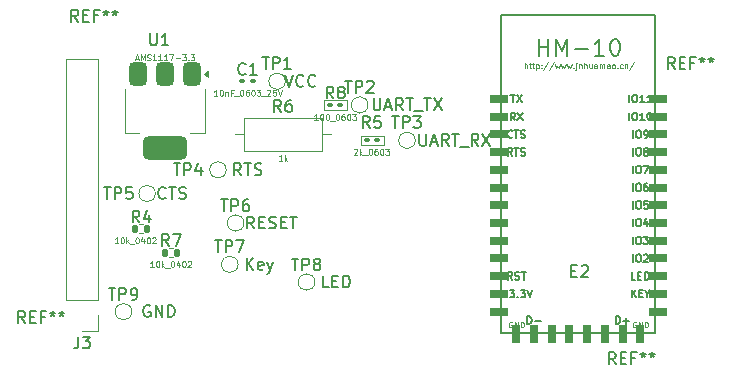
<source format=gbr>
%TF.GenerationSoftware,KiCad,Pcbnew,9.0.7-9.0.7~ubuntu24.04.1*%
%TF.CreationDate,2026-02-13T06:42:10+01:00*%
%TF.ProjectId,diagram_wirering,64696167-7261-46d5-9f77-69726572696e,rev?*%
%TF.SameCoordinates,Original*%
%TF.FileFunction,Paste,Top*%
%TF.FilePolarity,Positive*%
%FSLAX46Y46*%
G04 Gerber Fmt 4.6, Leading zero omitted, Abs format (unit mm)*
G04 Created by KiCad (PCBNEW 9.0.7-9.0.7~ubuntu24.04.1) date 2026-02-13 06:42:10*
%MOMM*%
%LPD*%
G01*
G04 APERTURE LIST*
G04 Aperture macros list*
%AMRoundRect*
0 Rectangle with rounded corners*
0 $1 Rounding radius*
0 $2 $3 $4 $5 $6 $7 $8 $9 X,Y pos of 4 corners*
0 Add a 4 corners polygon primitive as box body*
4,1,4,$2,$3,$4,$5,$6,$7,$8,$9,$2,$3,0*
0 Add four circle primitives for the rounded corners*
1,1,$1+$1,$2,$3*
1,1,$1+$1,$4,$5*
1,1,$1+$1,$6,$7*
1,1,$1+$1,$8,$9*
0 Add four rect primitives between the rounded corners*
20,1,$1+$1,$2,$3,$4,$5,0*
20,1,$1+$1,$4,$5,$6,$7,0*
20,1,$1+$1,$6,$7,$8,$9,0*
20,1,$1+$1,$8,$9,$2,$3,0*%
G04 Aperture macros list end*
%ADD10R,1.500000X0.635000*%
%ADD11R,0.635000X1.500000*%
%ADD12RoundRect,0.375000X-0.375000X0.625000X-0.375000X-0.625000X0.375000X-0.625000X0.375000X0.625000X0*%
%ADD13RoundRect,0.500000X-1.400000X0.500000X-1.400000X-0.500000X1.400000X-0.500000X1.400000X0.500000X0*%
%ADD14RoundRect,0.090000X-0.139000X-0.090000X0.139000X-0.090000X0.139000X0.090000X-0.139000X0.090000X0*%
%ADD15RoundRect,0.135000X-0.135000X-0.185000X0.135000X-0.185000X0.135000X0.185000X-0.135000X0.185000X0*%
%ADD16C,0.150000*%
%ADD17C,0.120000*%
%ADD18C,0.100000*%
%ADD19C,0.127000*%
G04 APERTURE END LIST*
D10*
%TO.C,E2*%
X96250000Y-23500000D03*
X96250000Y-25000000D03*
X96250000Y-26500000D03*
X96250000Y-28000000D03*
X96250000Y-29500000D03*
X96250000Y-31000000D03*
X96250000Y-32500000D03*
X96250000Y-34000000D03*
X96250000Y-35500000D03*
X96250000Y-37000000D03*
X96250000Y-38500000D03*
X96250000Y-40000000D03*
X96250000Y-41500000D03*
D11*
X97750000Y-43375000D03*
X99250000Y-43375000D03*
X100750000Y-43375000D03*
X102250000Y-43375000D03*
X103750000Y-43375000D03*
X105250000Y-43375000D03*
X106750000Y-43375000D03*
X108250000Y-43375000D03*
D10*
X109750000Y-41500000D03*
X109750000Y-40000000D03*
X109750000Y-38500000D03*
X109750000Y-37000000D03*
X109750000Y-35500000D03*
X109750000Y-34000000D03*
X109750000Y-32500000D03*
X109750000Y-31000000D03*
X109750000Y-29500000D03*
X109750000Y-28000000D03*
X109750000Y-26500000D03*
X109750000Y-25000000D03*
X109750000Y-23500000D03*
%TD*%
D12*
%TO.C,U1*%
X65700000Y-21350000D03*
D13*
X68000000Y-27650000D03*
D12*
X68000000Y-21350000D03*
X70300000Y-21350000D03*
%TD*%
D14*
%TO.C,R8*%
X82865000Y-24000000D03*
X82000000Y-24000000D03*
%TD*%
D15*
%TO.C,R7*%
X67990000Y-36500000D03*
X69010000Y-36500000D03*
%TD*%
D14*
%TO.C,R5*%
X86000000Y-27000000D03*
X85135000Y-27000000D03*
%TD*%
D15*
%TO.C,R4*%
X65490000Y-34500000D03*
X66510000Y-34500000D03*
%TD*%
D14*
%TO.C,C1*%
X74567500Y-22000000D03*
X75432500Y-22000000D03*
%TD*%
D16*
X56166666Y-42454819D02*
X55833333Y-41978628D01*
X55595238Y-42454819D02*
X55595238Y-41454819D01*
X55595238Y-41454819D02*
X55976190Y-41454819D01*
X55976190Y-41454819D02*
X56071428Y-41502438D01*
X56071428Y-41502438D02*
X56119047Y-41550057D01*
X56119047Y-41550057D02*
X56166666Y-41645295D01*
X56166666Y-41645295D02*
X56166666Y-41788152D01*
X56166666Y-41788152D02*
X56119047Y-41883390D01*
X56119047Y-41883390D02*
X56071428Y-41931009D01*
X56071428Y-41931009D02*
X55976190Y-41978628D01*
X55976190Y-41978628D02*
X55595238Y-41978628D01*
X56595238Y-41931009D02*
X56928571Y-41931009D01*
X57071428Y-42454819D02*
X56595238Y-42454819D01*
X56595238Y-42454819D02*
X56595238Y-41454819D01*
X56595238Y-41454819D02*
X57071428Y-41454819D01*
X57833333Y-41931009D02*
X57500000Y-41931009D01*
X57500000Y-42454819D02*
X57500000Y-41454819D01*
X57500000Y-41454819D02*
X57976190Y-41454819D01*
X58500000Y-41454819D02*
X58500000Y-41692914D01*
X58261905Y-41597676D02*
X58500000Y-41692914D01*
X58500000Y-41692914D02*
X58738095Y-41597676D01*
X58357143Y-41883390D02*
X58500000Y-41692914D01*
X58500000Y-41692914D02*
X58642857Y-41883390D01*
X59261905Y-41454819D02*
X59261905Y-41692914D01*
X59023810Y-41597676D02*
X59261905Y-41692914D01*
X59261905Y-41692914D02*
X59500000Y-41597676D01*
X59119048Y-41883390D02*
X59261905Y-41692914D01*
X59261905Y-41692914D02*
X59404762Y-41883390D01*
X106166666Y-45954819D02*
X105833333Y-45478628D01*
X105595238Y-45954819D02*
X105595238Y-44954819D01*
X105595238Y-44954819D02*
X105976190Y-44954819D01*
X105976190Y-44954819D02*
X106071428Y-45002438D01*
X106071428Y-45002438D02*
X106119047Y-45050057D01*
X106119047Y-45050057D02*
X106166666Y-45145295D01*
X106166666Y-45145295D02*
X106166666Y-45288152D01*
X106166666Y-45288152D02*
X106119047Y-45383390D01*
X106119047Y-45383390D02*
X106071428Y-45431009D01*
X106071428Y-45431009D02*
X105976190Y-45478628D01*
X105976190Y-45478628D02*
X105595238Y-45478628D01*
X106595238Y-45431009D02*
X106928571Y-45431009D01*
X107071428Y-45954819D02*
X106595238Y-45954819D01*
X106595238Y-45954819D02*
X106595238Y-44954819D01*
X106595238Y-44954819D02*
X107071428Y-44954819D01*
X107833333Y-45431009D02*
X107500000Y-45431009D01*
X107500000Y-45954819D02*
X107500000Y-44954819D01*
X107500000Y-44954819D02*
X107976190Y-44954819D01*
X108500000Y-44954819D02*
X108500000Y-45192914D01*
X108261905Y-45097676D02*
X108500000Y-45192914D01*
X108500000Y-45192914D02*
X108738095Y-45097676D01*
X108357143Y-45383390D02*
X108500000Y-45192914D01*
X108500000Y-45192914D02*
X108642857Y-45383390D01*
X109261905Y-44954819D02*
X109261905Y-45192914D01*
X109023810Y-45097676D02*
X109261905Y-45192914D01*
X109261905Y-45192914D02*
X109500000Y-45097676D01*
X109119048Y-45383390D02*
X109261905Y-45192914D01*
X109261905Y-45192914D02*
X109404762Y-45383390D01*
X111166666Y-20954819D02*
X110833333Y-20478628D01*
X110595238Y-20954819D02*
X110595238Y-19954819D01*
X110595238Y-19954819D02*
X110976190Y-19954819D01*
X110976190Y-19954819D02*
X111071428Y-20002438D01*
X111071428Y-20002438D02*
X111119047Y-20050057D01*
X111119047Y-20050057D02*
X111166666Y-20145295D01*
X111166666Y-20145295D02*
X111166666Y-20288152D01*
X111166666Y-20288152D02*
X111119047Y-20383390D01*
X111119047Y-20383390D02*
X111071428Y-20431009D01*
X111071428Y-20431009D02*
X110976190Y-20478628D01*
X110976190Y-20478628D02*
X110595238Y-20478628D01*
X111595238Y-20431009D02*
X111928571Y-20431009D01*
X112071428Y-20954819D02*
X111595238Y-20954819D01*
X111595238Y-20954819D02*
X111595238Y-19954819D01*
X111595238Y-19954819D02*
X112071428Y-19954819D01*
X112833333Y-20431009D02*
X112500000Y-20431009D01*
X112500000Y-20954819D02*
X112500000Y-19954819D01*
X112500000Y-19954819D02*
X112976190Y-19954819D01*
X113500000Y-19954819D02*
X113500000Y-20192914D01*
X113261905Y-20097676D02*
X113500000Y-20192914D01*
X113500000Y-20192914D02*
X113738095Y-20097676D01*
X113357143Y-20383390D02*
X113500000Y-20192914D01*
X113500000Y-20192914D02*
X113642857Y-20383390D01*
X114261905Y-19954819D02*
X114261905Y-20192914D01*
X114023810Y-20097676D02*
X114261905Y-20192914D01*
X114261905Y-20192914D02*
X114500000Y-20097676D01*
X114119048Y-20383390D02*
X114261905Y-20192914D01*
X114261905Y-20192914D02*
X114404762Y-20383390D01*
X60666666Y-16954819D02*
X60333333Y-16478628D01*
X60095238Y-16954819D02*
X60095238Y-15954819D01*
X60095238Y-15954819D02*
X60476190Y-15954819D01*
X60476190Y-15954819D02*
X60571428Y-16002438D01*
X60571428Y-16002438D02*
X60619047Y-16050057D01*
X60619047Y-16050057D02*
X60666666Y-16145295D01*
X60666666Y-16145295D02*
X60666666Y-16288152D01*
X60666666Y-16288152D02*
X60619047Y-16383390D01*
X60619047Y-16383390D02*
X60571428Y-16431009D01*
X60571428Y-16431009D02*
X60476190Y-16478628D01*
X60476190Y-16478628D02*
X60095238Y-16478628D01*
X61095238Y-16431009D02*
X61428571Y-16431009D01*
X61571428Y-16954819D02*
X61095238Y-16954819D01*
X61095238Y-16954819D02*
X61095238Y-15954819D01*
X61095238Y-15954819D02*
X61571428Y-15954819D01*
X62333333Y-16431009D02*
X62000000Y-16431009D01*
X62000000Y-16954819D02*
X62000000Y-15954819D01*
X62000000Y-15954819D02*
X62476190Y-15954819D01*
X63000000Y-15954819D02*
X63000000Y-16192914D01*
X62761905Y-16097676D02*
X63000000Y-16192914D01*
X63000000Y-16192914D02*
X63238095Y-16097676D01*
X62857143Y-16383390D02*
X63000000Y-16192914D01*
X63000000Y-16192914D02*
X63142857Y-16383390D01*
X63761905Y-15954819D02*
X63761905Y-16192914D01*
X63523810Y-16097676D02*
X63761905Y-16192914D01*
X63761905Y-16192914D02*
X64000000Y-16097676D01*
X63619048Y-16383390D02*
X63761905Y-16192914D01*
X63761905Y-16192914D02*
X63904762Y-16383390D01*
X83238095Y-21956819D02*
X83809523Y-21956819D01*
X83523809Y-22956819D02*
X83523809Y-21956819D01*
X84142857Y-22956819D02*
X84142857Y-21956819D01*
X84142857Y-21956819D02*
X84523809Y-21956819D01*
X84523809Y-21956819D02*
X84619047Y-22004438D01*
X84619047Y-22004438D02*
X84666666Y-22052057D01*
X84666666Y-22052057D02*
X84714285Y-22147295D01*
X84714285Y-22147295D02*
X84714285Y-22290152D01*
X84714285Y-22290152D02*
X84666666Y-22385390D01*
X84666666Y-22385390D02*
X84619047Y-22433009D01*
X84619047Y-22433009D02*
X84523809Y-22480628D01*
X84523809Y-22480628D02*
X84142857Y-22480628D01*
X85095238Y-22052057D02*
X85142857Y-22004438D01*
X85142857Y-22004438D02*
X85238095Y-21956819D01*
X85238095Y-21956819D02*
X85476190Y-21956819D01*
X85476190Y-21956819D02*
X85571428Y-22004438D01*
X85571428Y-22004438D02*
X85619047Y-22052057D01*
X85619047Y-22052057D02*
X85666666Y-22147295D01*
X85666666Y-22147295D02*
X85666666Y-22242533D01*
X85666666Y-22242533D02*
X85619047Y-22385390D01*
X85619047Y-22385390D02*
X85047619Y-22956819D01*
X85047619Y-22956819D02*
X85666666Y-22956819D01*
X85666666Y-23454819D02*
X85666666Y-24264342D01*
X85666666Y-24264342D02*
X85714285Y-24359580D01*
X85714285Y-24359580D02*
X85761904Y-24407200D01*
X85761904Y-24407200D02*
X85857142Y-24454819D01*
X85857142Y-24454819D02*
X86047618Y-24454819D01*
X86047618Y-24454819D02*
X86142856Y-24407200D01*
X86142856Y-24407200D02*
X86190475Y-24359580D01*
X86190475Y-24359580D02*
X86238094Y-24264342D01*
X86238094Y-24264342D02*
X86238094Y-23454819D01*
X86666666Y-24169104D02*
X87142856Y-24169104D01*
X86571428Y-24454819D02*
X86904761Y-23454819D01*
X86904761Y-23454819D02*
X87238094Y-24454819D01*
X88142856Y-24454819D02*
X87809523Y-23978628D01*
X87571428Y-24454819D02*
X87571428Y-23454819D01*
X87571428Y-23454819D02*
X87952380Y-23454819D01*
X87952380Y-23454819D02*
X88047618Y-23502438D01*
X88047618Y-23502438D02*
X88095237Y-23550057D01*
X88095237Y-23550057D02*
X88142856Y-23645295D01*
X88142856Y-23645295D02*
X88142856Y-23788152D01*
X88142856Y-23788152D02*
X88095237Y-23883390D01*
X88095237Y-23883390D02*
X88047618Y-23931009D01*
X88047618Y-23931009D02*
X87952380Y-23978628D01*
X87952380Y-23978628D02*
X87571428Y-23978628D01*
X88428571Y-23454819D02*
X88999999Y-23454819D01*
X88714285Y-24454819D02*
X88714285Y-23454819D01*
X89095238Y-24550057D02*
X89857142Y-24550057D01*
X89952381Y-23454819D02*
X90523809Y-23454819D01*
X90238095Y-24454819D02*
X90238095Y-23454819D01*
X90761905Y-23454819D02*
X91428571Y-24454819D01*
X91428571Y-23454819D02*
X90761905Y-24454819D01*
X87238095Y-24956819D02*
X87809523Y-24956819D01*
X87523809Y-25956819D02*
X87523809Y-24956819D01*
X88142857Y-25956819D02*
X88142857Y-24956819D01*
X88142857Y-24956819D02*
X88523809Y-24956819D01*
X88523809Y-24956819D02*
X88619047Y-25004438D01*
X88619047Y-25004438D02*
X88666666Y-25052057D01*
X88666666Y-25052057D02*
X88714285Y-25147295D01*
X88714285Y-25147295D02*
X88714285Y-25290152D01*
X88714285Y-25290152D02*
X88666666Y-25385390D01*
X88666666Y-25385390D02*
X88619047Y-25433009D01*
X88619047Y-25433009D02*
X88523809Y-25480628D01*
X88523809Y-25480628D02*
X88142857Y-25480628D01*
X89047619Y-24956819D02*
X89666666Y-24956819D01*
X89666666Y-24956819D02*
X89333333Y-25337771D01*
X89333333Y-25337771D02*
X89476190Y-25337771D01*
X89476190Y-25337771D02*
X89571428Y-25385390D01*
X89571428Y-25385390D02*
X89619047Y-25433009D01*
X89619047Y-25433009D02*
X89666666Y-25528247D01*
X89666666Y-25528247D02*
X89666666Y-25766342D01*
X89666666Y-25766342D02*
X89619047Y-25861580D01*
X89619047Y-25861580D02*
X89571428Y-25909200D01*
X89571428Y-25909200D02*
X89476190Y-25956819D01*
X89476190Y-25956819D02*
X89190476Y-25956819D01*
X89190476Y-25956819D02*
X89095238Y-25909200D01*
X89095238Y-25909200D02*
X89047619Y-25861580D01*
X89547619Y-26454819D02*
X89547619Y-27264342D01*
X89547619Y-27264342D02*
X89595238Y-27359580D01*
X89595238Y-27359580D02*
X89642857Y-27407200D01*
X89642857Y-27407200D02*
X89738095Y-27454819D01*
X89738095Y-27454819D02*
X89928571Y-27454819D01*
X89928571Y-27454819D02*
X90023809Y-27407200D01*
X90023809Y-27407200D02*
X90071428Y-27359580D01*
X90071428Y-27359580D02*
X90119047Y-27264342D01*
X90119047Y-27264342D02*
X90119047Y-26454819D01*
X90547619Y-27169104D02*
X91023809Y-27169104D01*
X90452381Y-27454819D02*
X90785714Y-26454819D01*
X90785714Y-26454819D02*
X91119047Y-27454819D01*
X92023809Y-27454819D02*
X91690476Y-26978628D01*
X91452381Y-27454819D02*
X91452381Y-26454819D01*
X91452381Y-26454819D02*
X91833333Y-26454819D01*
X91833333Y-26454819D02*
X91928571Y-26502438D01*
X91928571Y-26502438D02*
X91976190Y-26550057D01*
X91976190Y-26550057D02*
X92023809Y-26645295D01*
X92023809Y-26645295D02*
X92023809Y-26788152D01*
X92023809Y-26788152D02*
X91976190Y-26883390D01*
X91976190Y-26883390D02*
X91928571Y-26931009D01*
X91928571Y-26931009D02*
X91833333Y-26978628D01*
X91833333Y-26978628D02*
X91452381Y-26978628D01*
X92309524Y-26454819D02*
X92880952Y-26454819D01*
X92595238Y-27454819D02*
X92595238Y-26454819D01*
X92976191Y-27550057D02*
X93738095Y-27550057D01*
X94547619Y-27454819D02*
X94214286Y-26978628D01*
X93976191Y-27454819D02*
X93976191Y-26454819D01*
X93976191Y-26454819D02*
X94357143Y-26454819D01*
X94357143Y-26454819D02*
X94452381Y-26502438D01*
X94452381Y-26502438D02*
X94500000Y-26550057D01*
X94500000Y-26550057D02*
X94547619Y-26645295D01*
X94547619Y-26645295D02*
X94547619Y-26788152D01*
X94547619Y-26788152D02*
X94500000Y-26883390D01*
X94500000Y-26883390D02*
X94452381Y-26931009D01*
X94452381Y-26931009D02*
X94357143Y-26978628D01*
X94357143Y-26978628D02*
X93976191Y-26978628D01*
X94880953Y-26454819D02*
X95547619Y-27454819D01*
X95547619Y-26454819D02*
X94880953Y-27454819D01*
X68738095Y-28956819D02*
X69309523Y-28956819D01*
X69023809Y-29956819D02*
X69023809Y-28956819D01*
X69642857Y-29956819D02*
X69642857Y-28956819D01*
X69642857Y-28956819D02*
X70023809Y-28956819D01*
X70023809Y-28956819D02*
X70119047Y-29004438D01*
X70119047Y-29004438D02*
X70166666Y-29052057D01*
X70166666Y-29052057D02*
X70214285Y-29147295D01*
X70214285Y-29147295D02*
X70214285Y-29290152D01*
X70214285Y-29290152D02*
X70166666Y-29385390D01*
X70166666Y-29385390D02*
X70119047Y-29433009D01*
X70119047Y-29433009D02*
X70023809Y-29480628D01*
X70023809Y-29480628D02*
X69642857Y-29480628D01*
X71071428Y-29290152D02*
X71071428Y-29956819D01*
X70833333Y-28909200D02*
X70595238Y-29623485D01*
X70595238Y-29623485D02*
X71214285Y-29623485D01*
X74452380Y-29954819D02*
X74119047Y-29478628D01*
X73880952Y-29954819D02*
X73880952Y-28954819D01*
X73880952Y-28954819D02*
X74261904Y-28954819D01*
X74261904Y-28954819D02*
X74357142Y-29002438D01*
X74357142Y-29002438D02*
X74404761Y-29050057D01*
X74404761Y-29050057D02*
X74452380Y-29145295D01*
X74452380Y-29145295D02*
X74452380Y-29288152D01*
X74452380Y-29288152D02*
X74404761Y-29383390D01*
X74404761Y-29383390D02*
X74357142Y-29431009D01*
X74357142Y-29431009D02*
X74261904Y-29478628D01*
X74261904Y-29478628D02*
X73880952Y-29478628D01*
X74738095Y-28954819D02*
X75309523Y-28954819D01*
X75023809Y-29954819D02*
X75023809Y-28954819D01*
X75595238Y-29907200D02*
X75738095Y-29954819D01*
X75738095Y-29954819D02*
X75976190Y-29954819D01*
X75976190Y-29954819D02*
X76071428Y-29907200D01*
X76071428Y-29907200D02*
X76119047Y-29859580D01*
X76119047Y-29859580D02*
X76166666Y-29764342D01*
X76166666Y-29764342D02*
X76166666Y-29669104D01*
X76166666Y-29669104D02*
X76119047Y-29573866D01*
X76119047Y-29573866D02*
X76071428Y-29526247D01*
X76071428Y-29526247D02*
X75976190Y-29478628D01*
X75976190Y-29478628D02*
X75785714Y-29431009D01*
X75785714Y-29431009D02*
X75690476Y-29383390D01*
X75690476Y-29383390D02*
X75642857Y-29335771D01*
X75642857Y-29335771D02*
X75595238Y-29240533D01*
X75595238Y-29240533D02*
X75595238Y-29145295D01*
X75595238Y-29145295D02*
X75642857Y-29050057D01*
X75642857Y-29050057D02*
X75690476Y-29002438D01*
X75690476Y-29002438D02*
X75785714Y-28954819D01*
X75785714Y-28954819D02*
X76023809Y-28954819D01*
X76023809Y-28954819D02*
X76166666Y-29002438D01*
X62846366Y-30956819D02*
X63417794Y-30956819D01*
X63132080Y-31956819D02*
X63132080Y-30956819D01*
X63751128Y-31956819D02*
X63751128Y-30956819D01*
X63751128Y-30956819D02*
X64132080Y-30956819D01*
X64132080Y-30956819D02*
X64227318Y-31004438D01*
X64227318Y-31004438D02*
X64274937Y-31052057D01*
X64274937Y-31052057D02*
X64322556Y-31147295D01*
X64322556Y-31147295D02*
X64322556Y-31290152D01*
X64322556Y-31290152D02*
X64274937Y-31385390D01*
X64274937Y-31385390D02*
X64227318Y-31433009D01*
X64227318Y-31433009D02*
X64132080Y-31480628D01*
X64132080Y-31480628D02*
X63751128Y-31480628D01*
X65227318Y-30956819D02*
X64751128Y-30956819D01*
X64751128Y-30956819D02*
X64703509Y-31433009D01*
X64703509Y-31433009D02*
X64751128Y-31385390D01*
X64751128Y-31385390D02*
X64846366Y-31337771D01*
X64846366Y-31337771D02*
X65084461Y-31337771D01*
X65084461Y-31337771D02*
X65179699Y-31385390D01*
X65179699Y-31385390D02*
X65227318Y-31433009D01*
X65227318Y-31433009D02*
X65274937Y-31528247D01*
X65274937Y-31528247D02*
X65274937Y-31766342D01*
X65274937Y-31766342D02*
X65227318Y-31861580D01*
X65227318Y-31861580D02*
X65179699Y-31909200D01*
X65179699Y-31909200D02*
X65084461Y-31956819D01*
X65084461Y-31956819D02*
X64846366Y-31956819D01*
X64846366Y-31956819D02*
X64751128Y-31909200D01*
X64751128Y-31909200D02*
X64703509Y-31861580D01*
X68060651Y-31859580D02*
X68013032Y-31907200D01*
X68013032Y-31907200D02*
X67870175Y-31954819D01*
X67870175Y-31954819D02*
X67774937Y-31954819D01*
X67774937Y-31954819D02*
X67632080Y-31907200D01*
X67632080Y-31907200D02*
X67536842Y-31811961D01*
X67536842Y-31811961D02*
X67489223Y-31716723D01*
X67489223Y-31716723D02*
X67441604Y-31526247D01*
X67441604Y-31526247D02*
X67441604Y-31383390D01*
X67441604Y-31383390D02*
X67489223Y-31192914D01*
X67489223Y-31192914D02*
X67536842Y-31097676D01*
X67536842Y-31097676D02*
X67632080Y-31002438D01*
X67632080Y-31002438D02*
X67774937Y-30954819D01*
X67774937Y-30954819D02*
X67870175Y-30954819D01*
X67870175Y-30954819D02*
X68013032Y-31002438D01*
X68013032Y-31002438D02*
X68060651Y-31050057D01*
X68346366Y-30954819D02*
X68917794Y-30954819D01*
X68632080Y-31954819D02*
X68632080Y-30954819D01*
X69203509Y-31907200D02*
X69346366Y-31954819D01*
X69346366Y-31954819D02*
X69584461Y-31954819D01*
X69584461Y-31954819D02*
X69679699Y-31907200D01*
X69679699Y-31907200D02*
X69727318Y-31859580D01*
X69727318Y-31859580D02*
X69774937Y-31764342D01*
X69774937Y-31764342D02*
X69774937Y-31669104D01*
X69774937Y-31669104D02*
X69727318Y-31573866D01*
X69727318Y-31573866D02*
X69679699Y-31526247D01*
X69679699Y-31526247D02*
X69584461Y-31478628D01*
X69584461Y-31478628D02*
X69393985Y-31431009D01*
X69393985Y-31431009D02*
X69298747Y-31383390D01*
X69298747Y-31383390D02*
X69251128Y-31335771D01*
X69251128Y-31335771D02*
X69203509Y-31240533D01*
X69203509Y-31240533D02*
X69203509Y-31145295D01*
X69203509Y-31145295D02*
X69251128Y-31050057D01*
X69251128Y-31050057D02*
X69298747Y-31002438D01*
X69298747Y-31002438D02*
X69393985Y-30954819D01*
X69393985Y-30954819D02*
X69632080Y-30954819D01*
X69632080Y-30954819D02*
X69774937Y-31002438D01*
X76238095Y-19954819D02*
X76809523Y-19954819D01*
X76523809Y-20954819D02*
X76523809Y-19954819D01*
X77142857Y-20954819D02*
X77142857Y-19954819D01*
X77142857Y-19954819D02*
X77523809Y-19954819D01*
X77523809Y-19954819D02*
X77619047Y-20002438D01*
X77619047Y-20002438D02*
X77666666Y-20050057D01*
X77666666Y-20050057D02*
X77714285Y-20145295D01*
X77714285Y-20145295D02*
X77714285Y-20288152D01*
X77714285Y-20288152D02*
X77666666Y-20383390D01*
X77666666Y-20383390D02*
X77619047Y-20431009D01*
X77619047Y-20431009D02*
X77523809Y-20478628D01*
X77523809Y-20478628D02*
X77142857Y-20478628D01*
X78666666Y-20954819D02*
X78095238Y-20954819D01*
X78380952Y-20954819D02*
X78380952Y-19954819D01*
X78380952Y-19954819D02*
X78285714Y-20097676D01*
X78285714Y-20097676D02*
X78190476Y-20192914D01*
X78190476Y-20192914D02*
X78095238Y-20240533D01*
X78166667Y-21454819D02*
X78500000Y-22454819D01*
X78500000Y-22454819D02*
X78833333Y-21454819D01*
X79738095Y-22359580D02*
X79690476Y-22407200D01*
X79690476Y-22407200D02*
X79547619Y-22454819D01*
X79547619Y-22454819D02*
X79452381Y-22454819D01*
X79452381Y-22454819D02*
X79309524Y-22407200D01*
X79309524Y-22407200D02*
X79214286Y-22311961D01*
X79214286Y-22311961D02*
X79166667Y-22216723D01*
X79166667Y-22216723D02*
X79119048Y-22026247D01*
X79119048Y-22026247D02*
X79119048Y-21883390D01*
X79119048Y-21883390D02*
X79166667Y-21692914D01*
X79166667Y-21692914D02*
X79214286Y-21597676D01*
X79214286Y-21597676D02*
X79309524Y-21502438D01*
X79309524Y-21502438D02*
X79452381Y-21454819D01*
X79452381Y-21454819D02*
X79547619Y-21454819D01*
X79547619Y-21454819D02*
X79690476Y-21502438D01*
X79690476Y-21502438D02*
X79738095Y-21550057D01*
X80738095Y-22359580D02*
X80690476Y-22407200D01*
X80690476Y-22407200D02*
X80547619Y-22454819D01*
X80547619Y-22454819D02*
X80452381Y-22454819D01*
X80452381Y-22454819D02*
X80309524Y-22407200D01*
X80309524Y-22407200D02*
X80214286Y-22311961D01*
X80214286Y-22311961D02*
X80166667Y-22216723D01*
X80166667Y-22216723D02*
X80119048Y-22026247D01*
X80119048Y-22026247D02*
X80119048Y-21883390D01*
X80119048Y-21883390D02*
X80166667Y-21692914D01*
X80166667Y-21692914D02*
X80214286Y-21597676D01*
X80214286Y-21597676D02*
X80309524Y-21502438D01*
X80309524Y-21502438D02*
X80452381Y-21454819D01*
X80452381Y-21454819D02*
X80547619Y-21454819D01*
X80547619Y-21454819D02*
X80690476Y-21502438D01*
X80690476Y-21502438D02*
X80738095Y-21550057D01*
X102424524Y-38036009D02*
X102757857Y-38036009D01*
X102900714Y-38559819D02*
X102424524Y-38559819D01*
X102424524Y-38559819D02*
X102424524Y-37559819D01*
X102424524Y-37559819D02*
X102900714Y-37559819D01*
X103281667Y-37655057D02*
X103329286Y-37607438D01*
X103329286Y-37607438D02*
X103424524Y-37559819D01*
X103424524Y-37559819D02*
X103662619Y-37559819D01*
X103662619Y-37559819D02*
X103757857Y-37607438D01*
X103757857Y-37607438D02*
X103805476Y-37655057D01*
X103805476Y-37655057D02*
X103853095Y-37750295D01*
X103853095Y-37750295D02*
X103853095Y-37845533D01*
X103853095Y-37845533D02*
X103805476Y-37988390D01*
X103805476Y-37988390D02*
X103234048Y-38559819D01*
X103234048Y-38559819D02*
X103853095Y-38559819D01*
D17*
X98454285Y-20895817D02*
X98454285Y-20415817D01*
X98660000Y-20895817D02*
X98660000Y-20644388D01*
X98660000Y-20644388D02*
X98637142Y-20598674D01*
X98637142Y-20598674D02*
X98591428Y-20575817D01*
X98591428Y-20575817D02*
X98522857Y-20575817D01*
X98522857Y-20575817D02*
X98477142Y-20598674D01*
X98477142Y-20598674D02*
X98454285Y-20621531D01*
X98820000Y-20575817D02*
X99002857Y-20575817D01*
X98888571Y-20415817D02*
X98888571Y-20827245D01*
X98888571Y-20827245D02*
X98911428Y-20872960D01*
X98911428Y-20872960D02*
X98957143Y-20895817D01*
X98957143Y-20895817D02*
X99002857Y-20895817D01*
X99094286Y-20575817D02*
X99277143Y-20575817D01*
X99162857Y-20415817D02*
X99162857Y-20827245D01*
X99162857Y-20827245D02*
X99185714Y-20872960D01*
X99185714Y-20872960D02*
X99231429Y-20895817D01*
X99231429Y-20895817D02*
X99277143Y-20895817D01*
X99437143Y-20575817D02*
X99437143Y-21055817D01*
X99437143Y-20598674D02*
X99482858Y-20575817D01*
X99482858Y-20575817D02*
X99574286Y-20575817D01*
X99574286Y-20575817D02*
X99620000Y-20598674D01*
X99620000Y-20598674D02*
X99642858Y-20621531D01*
X99642858Y-20621531D02*
X99665715Y-20667245D01*
X99665715Y-20667245D02*
X99665715Y-20804388D01*
X99665715Y-20804388D02*
X99642858Y-20850102D01*
X99642858Y-20850102D02*
X99620000Y-20872960D01*
X99620000Y-20872960D02*
X99574286Y-20895817D01*
X99574286Y-20895817D02*
X99482858Y-20895817D01*
X99482858Y-20895817D02*
X99437143Y-20872960D01*
X99871429Y-20850102D02*
X99894286Y-20872960D01*
X99894286Y-20872960D02*
X99871429Y-20895817D01*
X99871429Y-20895817D02*
X99848572Y-20872960D01*
X99848572Y-20872960D02*
X99871429Y-20850102D01*
X99871429Y-20850102D02*
X99871429Y-20895817D01*
X99871429Y-20598674D02*
X99894286Y-20621531D01*
X99894286Y-20621531D02*
X99871429Y-20644388D01*
X99871429Y-20644388D02*
X99848572Y-20621531D01*
X99848572Y-20621531D02*
X99871429Y-20598674D01*
X99871429Y-20598674D02*
X99871429Y-20644388D01*
X100442857Y-20392960D02*
X100031429Y-21010102D01*
X100945714Y-20392960D02*
X100534286Y-21010102D01*
X101060000Y-20575817D02*
X101151429Y-20895817D01*
X101151429Y-20895817D02*
X101242857Y-20667245D01*
X101242857Y-20667245D02*
X101334286Y-20895817D01*
X101334286Y-20895817D02*
X101425714Y-20575817D01*
X101562857Y-20575817D02*
X101654286Y-20895817D01*
X101654286Y-20895817D02*
X101745714Y-20667245D01*
X101745714Y-20667245D02*
X101837143Y-20895817D01*
X101837143Y-20895817D02*
X101928571Y-20575817D01*
X102065714Y-20575817D02*
X102157143Y-20895817D01*
X102157143Y-20895817D02*
X102248571Y-20667245D01*
X102248571Y-20667245D02*
X102340000Y-20895817D01*
X102340000Y-20895817D02*
X102431428Y-20575817D01*
X102614285Y-20850102D02*
X102637142Y-20872960D01*
X102637142Y-20872960D02*
X102614285Y-20895817D01*
X102614285Y-20895817D02*
X102591428Y-20872960D01*
X102591428Y-20872960D02*
X102614285Y-20850102D01*
X102614285Y-20850102D02*
X102614285Y-20895817D01*
X102842856Y-20575817D02*
X102842856Y-20987245D01*
X102842856Y-20987245D02*
X102819999Y-21032960D01*
X102819999Y-21032960D02*
X102774285Y-21055817D01*
X102774285Y-21055817D02*
X102751428Y-21055817D01*
X102842856Y-20415817D02*
X102819999Y-20438674D01*
X102819999Y-20438674D02*
X102842856Y-20461531D01*
X102842856Y-20461531D02*
X102865713Y-20438674D01*
X102865713Y-20438674D02*
X102842856Y-20415817D01*
X102842856Y-20415817D02*
X102842856Y-20461531D01*
X103071427Y-20575817D02*
X103071427Y-20895817D01*
X103071427Y-20621531D02*
X103094284Y-20598674D01*
X103094284Y-20598674D02*
X103139999Y-20575817D01*
X103139999Y-20575817D02*
X103208570Y-20575817D01*
X103208570Y-20575817D02*
X103254284Y-20598674D01*
X103254284Y-20598674D02*
X103277142Y-20644388D01*
X103277142Y-20644388D02*
X103277142Y-20895817D01*
X103505713Y-20895817D02*
X103505713Y-20415817D01*
X103711428Y-20895817D02*
X103711428Y-20644388D01*
X103711428Y-20644388D02*
X103688570Y-20598674D01*
X103688570Y-20598674D02*
X103642856Y-20575817D01*
X103642856Y-20575817D02*
X103574285Y-20575817D01*
X103574285Y-20575817D02*
X103528570Y-20598674D01*
X103528570Y-20598674D02*
X103505713Y-20621531D01*
X104145714Y-20575817D02*
X104145714Y-20895817D01*
X103939999Y-20575817D02*
X103939999Y-20827245D01*
X103939999Y-20827245D02*
X103962856Y-20872960D01*
X103962856Y-20872960D02*
X104008571Y-20895817D01*
X104008571Y-20895817D02*
X104077142Y-20895817D01*
X104077142Y-20895817D02*
X104122856Y-20872960D01*
X104122856Y-20872960D02*
X104145714Y-20850102D01*
X104580000Y-20895817D02*
X104580000Y-20644388D01*
X104580000Y-20644388D02*
X104557142Y-20598674D01*
X104557142Y-20598674D02*
X104511428Y-20575817D01*
X104511428Y-20575817D02*
X104420000Y-20575817D01*
X104420000Y-20575817D02*
X104374285Y-20598674D01*
X104580000Y-20872960D02*
X104534285Y-20895817D01*
X104534285Y-20895817D02*
X104420000Y-20895817D01*
X104420000Y-20895817D02*
X104374285Y-20872960D01*
X104374285Y-20872960D02*
X104351428Y-20827245D01*
X104351428Y-20827245D02*
X104351428Y-20781531D01*
X104351428Y-20781531D02*
X104374285Y-20735817D01*
X104374285Y-20735817D02*
X104420000Y-20712960D01*
X104420000Y-20712960D02*
X104534285Y-20712960D01*
X104534285Y-20712960D02*
X104580000Y-20690102D01*
X104808571Y-20895817D02*
X104808571Y-20575817D01*
X104808571Y-20621531D02*
X104831428Y-20598674D01*
X104831428Y-20598674D02*
X104877143Y-20575817D01*
X104877143Y-20575817D02*
X104945714Y-20575817D01*
X104945714Y-20575817D02*
X104991428Y-20598674D01*
X104991428Y-20598674D02*
X105014286Y-20644388D01*
X105014286Y-20644388D02*
X105014286Y-20895817D01*
X105014286Y-20644388D02*
X105037143Y-20598674D01*
X105037143Y-20598674D02*
X105082857Y-20575817D01*
X105082857Y-20575817D02*
X105151428Y-20575817D01*
X105151428Y-20575817D02*
X105197143Y-20598674D01*
X105197143Y-20598674D02*
X105220000Y-20644388D01*
X105220000Y-20644388D02*
X105220000Y-20895817D01*
X105654286Y-20895817D02*
X105654286Y-20644388D01*
X105654286Y-20644388D02*
X105631428Y-20598674D01*
X105631428Y-20598674D02*
X105585714Y-20575817D01*
X105585714Y-20575817D02*
X105494286Y-20575817D01*
X105494286Y-20575817D02*
X105448571Y-20598674D01*
X105654286Y-20872960D02*
X105608571Y-20895817D01*
X105608571Y-20895817D02*
X105494286Y-20895817D01*
X105494286Y-20895817D02*
X105448571Y-20872960D01*
X105448571Y-20872960D02*
X105425714Y-20827245D01*
X105425714Y-20827245D02*
X105425714Y-20781531D01*
X105425714Y-20781531D02*
X105448571Y-20735817D01*
X105448571Y-20735817D02*
X105494286Y-20712960D01*
X105494286Y-20712960D02*
X105608571Y-20712960D01*
X105608571Y-20712960D02*
X105654286Y-20690102D01*
X105951429Y-20895817D02*
X105905714Y-20872960D01*
X105905714Y-20872960D02*
X105882857Y-20850102D01*
X105882857Y-20850102D02*
X105860000Y-20804388D01*
X105860000Y-20804388D02*
X105860000Y-20667245D01*
X105860000Y-20667245D02*
X105882857Y-20621531D01*
X105882857Y-20621531D02*
X105905714Y-20598674D01*
X105905714Y-20598674D02*
X105951429Y-20575817D01*
X105951429Y-20575817D02*
X106020000Y-20575817D01*
X106020000Y-20575817D02*
X106065714Y-20598674D01*
X106065714Y-20598674D02*
X106088572Y-20621531D01*
X106088572Y-20621531D02*
X106111429Y-20667245D01*
X106111429Y-20667245D02*
X106111429Y-20804388D01*
X106111429Y-20804388D02*
X106088572Y-20850102D01*
X106088572Y-20850102D02*
X106065714Y-20872960D01*
X106065714Y-20872960D02*
X106020000Y-20895817D01*
X106020000Y-20895817D02*
X105951429Y-20895817D01*
X106317143Y-20850102D02*
X106340000Y-20872960D01*
X106340000Y-20872960D02*
X106317143Y-20895817D01*
X106317143Y-20895817D02*
X106294286Y-20872960D01*
X106294286Y-20872960D02*
X106317143Y-20850102D01*
X106317143Y-20850102D02*
X106317143Y-20895817D01*
X106751429Y-20872960D02*
X106705714Y-20895817D01*
X106705714Y-20895817D02*
X106614286Y-20895817D01*
X106614286Y-20895817D02*
X106568571Y-20872960D01*
X106568571Y-20872960D02*
X106545714Y-20850102D01*
X106545714Y-20850102D02*
X106522857Y-20804388D01*
X106522857Y-20804388D02*
X106522857Y-20667245D01*
X106522857Y-20667245D02*
X106545714Y-20621531D01*
X106545714Y-20621531D02*
X106568571Y-20598674D01*
X106568571Y-20598674D02*
X106614286Y-20575817D01*
X106614286Y-20575817D02*
X106705714Y-20575817D01*
X106705714Y-20575817D02*
X106751429Y-20598674D01*
X106957143Y-20575817D02*
X106957143Y-20895817D01*
X106957143Y-20621531D02*
X106980000Y-20598674D01*
X106980000Y-20598674D02*
X107025715Y-20575817D01*
X107025715Y-20575817D02*
X107094286Y-20575817D01*
X107094286Y-20575817D02*
X107140000Y-20598674D01*
X107140000Y-20598674D02*
X107162858Y-20644388D01*
X107162858Y-20644388D02*
X107162858Y-20895817D01*
X107734286Y-20392960D02*
X107322858Y-21010102D01*
D16*
X97262381Y-23148276D02*
X97628095Y-23148276D01*
X97445238Y-23788276D02*
X97445238Y-23148276D01*
X97780476Y-23148276D02*
X98207143Y-23788276D01*
X98207143Y-23148276D02*
X97780476Y-23788276D01*
X97643333Y-25288276D02*
X97429999Y-24983514D01*
X97277618Y-25288276D02*
X97277618Y-24648276D01*
X97277618Y-24648276D02*
X97521428Y-24648276D01*
X97521428Y-24648276D02*
X97582380Y-24678752D01*
X97582380Y-24678752D02*
X97612857Y-24709228D01*
X97612857Y-24709228D02*
X97643333Y-24770180D01*
X97643333Y-24770180D02*
X97643333Y-24861609D01*
X97643333Y-24861609D02*
X97612857Y-24922561D01*
X97612857Y-24922561D02*
X97582380Y-24953038D01*
X97582380Y-24953038D02*
X97521428Y-24983514D01*
X97521428Y-24983514D02*
X97277618Y-24983514D01*
X97856666Y-24648276D02*
X98283333Y-25288276D01*
X98283333Y-24648276D02*
X97856666Y-25288276D01*
X97399524Y-26727323D02*
X97369048Y-26757800D01*
X97369048Y-26757800D02*
X97277619Y-26788276D01*
X97277619Y-26788276D02*
X97216667Y-26788276D01*
X97216667Y-26788276D02*
X97125238Y-26757800D01*
X97125238Y-26757800D02*
X97064286Y-26696847D01*
X97064286Y-26696847D02*
X97033809Y-26635895D01*
X97033809Y-26635895D02*
X97003333Y-26513990D01*
X97003333Y-26513990D02*
X97003333Y-26422561D01*
X97003333Y-26422561D02*
X97033809Y-26300657D01*
X97033809Y-26300657D02*
X97064286Y-26239704D01*
X97064286Y-26239704D02*
X97125238Y-26178752D01*
X97125238Y-26178752D02*
X97216667Y-26148276D01*
X97216667Y-26148276D02*
X97277619Y-26148276D01*
X97277619Y-26148276D02*
X97369048Y-26178752D01*
X97369048Y-26178752D02*
X97399524Y-26209228D01*
X97582381Y-26148276D02*
X97948095Y-26148276D01*
X97765238Y-26788276D02*
X97765238Y-26148276D01*
X98130952Y-26757800D02*
X98222381Y-26788276D01*
X98222381Y-26788276D02*
X98374762Y-26788276D01*
X98374762Y-26788276D02*
X98435714Y-26757800D01*
X98435714Y-26757800D02*
X98466190Y-26727323D01*
X98466190Y-26727323D02*
X98496667Y-26666371D01*
X98496667Y-26666371D02*
X98496667Y-26605419D01*
X98496667Y-26605419D02*
X98466190Y-26544466D01*
X98466190Y-26544466D02*
X98435714Y-26513990D01*
X98435714Y-26513990D02*
X98374762Y-26483514D01*
X98374762Y-26483514D02*
X98252857Y-26453038D01*
X98252857Y-26453038D02*
X98191905Y-26422561D01*
X98191905Y-26422561D02*
X98161428Y-26392085D01*
X98161428Y-26392085D02*
X98130952Y-26331133D01*
X98130952Y-26331133D02*
X98130952Y-26270180D01*
X98130952Y-26270180D02*
X98161428Y-26209228D01*
X98161428Y-26209228D02*
X98191905Y-26178752D01*
X98191905Y-26178752D02*
X98252857Y-26148276D01*
X98252857Y-26148276D02*
X98405238Y-26148276D01*
X98405238Y-26148276D02*
X98496667Y-26178752D01*
X97399524Y-28288276D02*
X97186190Y-27983514D01*
X97033809Y-28288276D02*
X97033809Y-27648276D01*
X97033809Y-27648276D02*
X97277619Y-27648276D01*
X97277619Y-27648276D02*
X97338571Y-27678752D01*
X97338571Y-27678752D02*
X97369048Y-27709228D01*
X97369048Y-27709228D02*
X97399524Y-27770180D01*
X97399524Y-27770180D02*
X97399524Y-27861609D01*
X97399524Y-27861609D02*
X97369048Y-27922561D01*
X97369048Y-27922561D02*
X97338571Y-27953038D01*
X97338571Y-27953038D02*
X97277619Y-27983514D01*
X97277619Y-27983514D02*
X97033809Y-27983514D01*
X97582381Y-27648276D02*
X97948095Y-27648276D01*
X97765238Y-28288276D02*
X97765238Y-27648276D01*
X98130952Y-28257800D02*
X98222381Y-28288276D01*
X98222381Y-28288276D02*
X98374762Y-28288276D01*
X98374762Y-28288276D02*
X98435714Y-28257800D01*
X98435714Y-28257800D02*
X98466190Y-28227323D01*
X98466190Y-28227323D02*
X98496667Y-28166371D01*
X98496667Y-28166371D02*
X98496667Y-28105419D01*
X98496667Y-28105419D02*
X98466190Y-28044466D01*
X98466190Y-28044466D02*
X98435714Y-28013990D01*
X98435714Y-28013990D02*
X98374762Y-27983514D01*
X98374762Y-27983514D02*
X98252857Y-27953038D01*
X98252857Y-27953038D02*
X98191905Y-27922561D01*
X98191905Y-27922561D02*
X98161428Y-27892085D01*
X98161428Y-27892085D02*
X98130952Y-27831133D01*
X98130952Y-27831133D02*
X98130952Y-27770180D01*
X98130952Y-27770180D02*
X98161428Y-27709228D01*
X98161428Y-27709228D02*
X98191905Y-27678752D01*
X98191905Y-27678752D02*
X98252857Y-27648276D01*
X98252857Y-27648276D02*
X98405238Y-27648276D01*
X98405238Y-27648276D02*
X98496667Y-27678752D01*
X97399524Y-38788276D02*
X97186190Y-38483514D01*
X97033809Y-38788276D02*
X97033809Y-38148276D01*
X97033809Y-38148276D02*
X97277619Y-38148276D01*
X97277619Y-38148276D02*
X97338571Y-38178752D01*
X97338571Y-38178752D02*
X97369048Y-38209228D01*
X97369048Y-38209228D02*
X97399524Y-38270180D01*
X97399524Y-38270180D02*
X97399524Y-38361609D01*
X97399524Y-38361609D02*
X97369048Y-38422561D01*
X97369048Y-38422561D02*
X97338571Y-38453038D01*
X97338571Y-38453038D02*
X97277619Y-38483514D01*
X97277619Y-38483514D02*
X97033809Y-38483514D01*
X97643333Y-38757800D02*
X97734762Y-38788276D01*
X97734762Y-38788276D02*
X97887143Y-38788276D01*
X97887143Y-38788276D02*
X97948095Y-38757800D01*
X97948095Y-38757800D02*
X97978571Y-38727323D01*
X97978571Y-38727323D02*
X98009048Y-38666371D01*
X98009048Y-38666371D02*
X98009048Y-38605419D01*
X98009048Y-38605419D02*
X97978571Y-38544466D01*
X97978571Y-38544466D02*
X97948095Y-38513990D01*
X97948095Y-38513990D02*
X97887143Y-38483514D01*
X97887143Y-38483514D02*
X97765238Y-38453038D01*
X97765238Y-38453038D02*
X97704286Y-38422561D01*
X97704286Y-38422561D02*
X97673809Y-38392085D01*
X97673809Y-38392085D02*
X97643333Y-38331133D01*
X97643333Y-38331133D02*
X97643333Y-38270180D01*
X97643333Y-38270180D02*
X97673809Y-38209228D01*
X97673809Y-38209228D02*
X97704286Y-38178752D01*
X97704286Y-38178752D02*
X97765238Y-38148276D01*
X97765238Y-38148276D02*
X97917619Y-38148276D01*
X97917619Y-38148276D02*
X98009048Y-38178752D01*
X98191905Y-38148276D02*
X98557619Y-38148276D01*
X98374762Y-38788276D02*
X98374762Y-38148276D01*
X96469999Y-40044466D02*
X96957619Y-40044466D01*
X96713809Y-40288276D02*
X96713809Y-39800657D01*
X97201428Y-39648276D02*
X97597619Y-39648276D01*
X97597619Y-39648276D02*
X97384285Y-39892085D01*
X97384285Y-39892085D02*
X97475714Y-39892085D01*
X97475714Y-39892085D02*
X97536666Y-39922561D01*
X97536666Y-39922561D02*
X97567142Y-39953038D01*
X97567142Y-39953038D02*
X97597619Y-40013990D01*
X97597619Y-40013990D02*
X97597619Y-40166371D01*
X97597619Y-40166371D02*
X97567142Y-40227323D01*
X97567142Y-40227323D02*
X97536666Y-40257800D01*
X97536666Y-40257800D02*
X97475714Y-40288276D01*
X97475714Y-40288276D02*
X97292857Y-40288276D01*
X97292857Y-40288276D02*
X97231904Y-40257800D01*
X97231904Y-40257800D02*
X97201428Y-40227323D01*
X97871904Y-40227323D02*
X97902381Y-40257800D01*
X97902381Y-40257800D02*
X97871904Y-40288276D01*
X97871904Y-40288276D02*
X97841428Y-40257800D01*
X97841428Y-40257800D02*
X97871904Y-40227323D01*
X97871904Y-40227323D02*
X97871904Y-40288276D01*
X98115714Y-39648276D02*
X98511905Y-39648276D01*
X98511905Y-39648276D02*
X98298571Y-39892085D01*
X98298571Y-39892085D02*
X98390000Y-39892085D01*
X98390000Y-39892085D02*
X98450952Y-39922561D01*
X98450952Y-39922561D02*
X98481428Y-39953038D01*
X98481428Y-39953038D02*
X98511905Y-40013990D01*
X98511905Y-40013990D02*
X98511905Y-40166371D01*
X98511905Y-40166371D02*
X98481428Y-40227323D01*
X98481428Y-40227323D02*
X98450952Y-40257800D01*
X98450952Y-40257800D02*
X98390000Y-40288276D01*
X98390000Y-40288276D02*
X98207143Y-40288276D01*
X98207143Y-40288276D02*
X98146190Y-40257800D01*
X98146190Y-40257800D02*
X98115714Y-40227323D01*
X98694762Y-39648276D02*
X98908095Y-40288276D01*
X98908095Y-40288276D02*
X99121429Y-39648276D01*
D17*
X97384286Y-42383674D02*
X97338572Y-42360817D01*
X97338572Y-42360817D02*
X97270000Y-42360817D01*
X97270000Y-42360817D02*
X97201429Y-42383674D01*
X97201429Y-42383674D02*
X97155714Y-42429388D01*
X97155714Y-42429388D02*
X97132857Y-42475102D01*
X97132857Y-42475102D02*
X97110000Y-42566531D01*
X97110000Y-42566531D02*
X97110000Y-42635102D01*
X97110000Y-42635102D02*
X97132857Y-42726531D01*
X97132857Y-42726531D02*
X97155714Y-42772245D01*
X97155714Y-42772245D02*
X97201429Y-42817960D01*
X97201429Y-42817960D02*
X97270000Y-42840817D01*
X97270000Y-42840817D02*
X97315714Y-42840817D01*
X97315714Y-42840817D02*
X97384286Y-42817960D01*
X97384286Y-42817960D02*
X97407143Y-42795102D01*
X97407143Y-42795102D02*
X97407143Y-42635102D01*
X97407143Y-42635102D02*
X97315714Y-42635102D01*
X97612857Y-42840817D02*
X97612857Y-42360817D01*
X97612857Y-42360817D02*
X97887143Y-42840817D01*
X97887143Y-42840817D02*
X97887143Y-42360817D01*
X98115714Y-42840817D02*
X98115714Y-42360817D01*
X98115714Y-42360817D02*
X98230000Y-42360817D01*
X98230000Y-42360817D02*
X98298571Y-42383674D01*
X98298571Y-42383674D02*
X98344286Y-42429388D01*
X98344286Y-42429388D02*
X98367143Y-42475102D01*
X98367143Y-42475102D02*
X98390000Y-42566531D01*
X98390000Y-42566531D02*
X98390000Y-42635102D01*
X98390000Y-42635102D02*
X98367143Y-42726531D01*
X98367143Y-42726531D02*
X98344286Y-42772245D01*
X98344286Y-42772245D02*
X98298571Y-42817960D01*
X98298571Y-42817960D02*
X98230000Y-42840817D01*
X98230000Y-42840817D02*
X98115714Y-42840817D01*
D16*
X98686190Y-42538276D02*
X98686190Y-41898276D01*
X98686190Y-41898276D02*
X98838571Y-41898276D01*
X98838571Y-41898276D02*
X98930000Y-41928752D01*
X98930000Y-41928752D02*
X98990952Y-41989704D01*
X98990952Y-41989704D02*
X99021429Y-42050657D01*
X99021429Y-42050657D02*
X99051905Y-42172561D01*
X99051905Y-42172561D02*
X99051905Y-42263990D01*
X99051905Y-42263990D02*
X99021429Y-42385895D01*
X99021429Y-42385895D02*
X98990952Y-42446847D01*
X98990952Y-42446847D02*
X98930000Y-42507800D01*
X98930000Y-42507800D02*
X98838571Y-42538276D01*
X98838571Y-42538276D02*
X98686190Y-42538276D01*
X99326190Y-42294466D02*
X99813810Y-42294466D01*
X106186190Y-42538276D02*
X106186190Y-41898276D01*
X106186190Y-41898276D02*
X106338571Y-41898276D01*
X106338571Y-41898276D02*
X106430000Y-41928752D01*
X106430000Y-41928752D02*
X106490952Y-41989704D01*
X106490952Y-41989704D02*
X106521429Y-42050657D01*
X106521429Y-42050657D02*
X106551905Y-42172561D01*
X106551905Y-42172561D02*
X106551905Y-42263990D01*
X106551905Y-42263990D02*
X106521429Y-42385895D01*
X106521429Y-42385895D02*
X106490952Y-42446847D01*
X106490952Y-42446847D02*
X106430000Y-42507800D01*
X106430000Y-42507800D02*
X106338571Y-42538276D01*
X106338571Y-42538276D02*
X106186190Y-42538276D01*
X106826190Y-42294466D02*
X107313810Y-42294466D01*
X107070000Y-42538276D02*
X107070000Y-42050657D01*
D17*
X107884286Y-42383674D02*
X107838572Y-42360817D01*
X107838572Y-42360817D02*
X107770000Y-42360817D01*
X107770000Y-42360817D02*
X107701429Y-42383674D01*
X107701429Y-42383674D02*
X107655714Y-42429388D01*
X107655714Y-42429388D02*
X107632857Y-42475102D01*
X107632857Y-42475102D02*
X107610000Y-42566531D01*
X107610000Y-42566531D02*
X107610000Y-42635102D01*
X107610000Y-42635102D02*
X107632857Y-42726531D01*
X107632857Y-42726531D02*
X107655714Y-42772245D01*
X107655714Y-42772245D02*
X107701429Y-42817960D01*
X107701429Y-42817960D02*
X107770000Y-42840817D01*
X107770000Y-42840817D02*
X107815714Y-42840817D01*
X107815714Y-42840817D02*
X107884286Y-42817960D01*
X107884286Y-42817960D02*
X107907143Y-42795102D01*
X107907143Y-42795102D02*
X107907143Y-42635102D01*
X107907143Y-42635102D02*
X107815714Y-42635102D01*
X108112857Y-42840817D02*
X108112857Y-42360817D01*
X108112857Y-42360817D02*
X108387143Y-42840817D01*
X108387143Y-42840817D02*
X108387143Y-42360817D01*
X108615714Y-42840817D02*
X108615714Y-42360817D01*
X108615714Y-42360817D02*
X108730000Y-42360817D01*
X108730000Y-42360817D02*
X108798571Y-42383674D01*
X108798571Y-42383674D02*
X108844286Y-42429388D01*
X108844286Y-42429388D02*
X108867143Y-42475102D01*
X108867143Y-42475102D02*
X108890000Y-42566531D01*
X108890000Y-42566531D02*
X108890000Y-42635102D01*
X108890000Y-42635102D02*
X108867143Y-42726531D01*
X108867143Y-42726531D02*
X108844286Y-42772245D01*
X108844286Y-42772245D02*
X108798571Y-42817960D01*
X108798571Y-42817960D02*
X108730000Y-42840817D01*
X108730000Y-42840817D02*
X108615714Y-42840817D01*
D16*
X107518571Y-40288276D02*
X107518571Y-39648276D01*
X107884286Y-40288276D02*
X107610000Y-39922561D01*
X107884286Y-39648276D02*
X107518571Y-40013990D01*
X108158571Y-39953038D02*
X108371905Y-39953038D01*
X108463333Y-40288276D02*
X108158571Y-40288276D01*
X108158571Y-40288276D02*
X108158571Y-39648276D01*
X108158571Y-39648276D02*
X108463333Y-39648276D01*
X108859524Y-39983514D02*
X108859524Y-40288276D01*
X108646191Y-39648276D02*
X108859524Y-39983514D01*
X108859524Y-39983514D02*
X109072858Y-39648276D01*
X107838571Y-38788276D02*
X107533809Y-38788276D01*
X107533809Y-38788276D02*
X107533809Y-38148276D01*
X108051904Y-38453038D02*
X108265238Y-38453038D01*
X108356666Y-38788276D02*
X108051904Y-38788276D01*
X108051904Y-38788276D02*
X108051904Y-38148276D01*
X108051904Y-38148276D02*
X108356666Y-38148276D01*
X108630952Y-38788276D02*
X108630952Y-38148276D01*
X108630952Y-38148276D02*
X108783333Y-38148276D01*
X108783333Y-38148276D02*
X108874762Y-38178752D01*
X108874762Y-38178752D02*
X108935714Y-38239704D01*
X108935714Y-38239704D02*
X108966191Y-38300657D01*
X108966191Y-38300657D02*
X108996667Y-38422561D01*
X108996667Y-38422561D02*
X108996667Y-38513990D01*
X108996667Y-38513990D02*
X108966191Y-38635895D01*
X108966191Y-38635895D02*
X108935714Y-38696847D01*
X108935714Y-38696847D02*
X108874762Y-38757800D01*
X108874762Y-38757800D02*
X108783333Y-38788276D01*
X108783333Y-38788276D02*
X108630952Y-38788276D01*
X107609999Y-37288276D02*
X107609999Y-36648276D01*
X108036666Y-36648276D02*
X108158571Y-36648276D01*
X108158571Y-36648276D02*
X108219523Y-36678752D01*
X108219523Y-36678752D02*
X108280476Y-36739704D01*
X108280476Y-36739704D02*
X108310952Y-36861609D01*
X108310952Y-36861609D02*
X108310952Y-37074942D01*
X108310952Y-37074942D02*
X108280476Y-37196847D01*
X108280476Y-37196847D02*
X108219523Y-37257800D01*
X108219523Y-37257800D02*
X108158571Y-37288276D01*
X108158571Y-37288276D02*
X108036666Y-37288276D01*
X108036666Y-37288276D02*
X107975714Y-37257800D01*
X107975714Y-37257800D02*
X107914761Y-37196847D01*
X107914761Y-37196847D02*
X107884285Y-37074942D01*
X107884285Y-37074942D02*
X107884285Y-36861609D01*
X107884285Y-36861609D02*
X107914761Y-36739704D01*
X107914761Y-36739704D02*
X107975714Y-36678752D01*
X107975714Y-36678752D02*
X108036666Y-36648276D01*
X108554761Y-36709228D02*
X108585237Y-36678752D01*
X108585237Y-36678752D02*
X108646190Y-36648276D01*
X108646190Y-36648276D02*
X108798571Y-36648276D01*
X108798571Y-36648276D02*
X108859523Y-36678752D01*
X108859523Y-36678752D02*
X108889999Y-36709228D01*
X108889999Y-36709228D02*
X108920476Y-36770180D01*
X108920476Y-36770180D02*
X108920476Y-36831133D01*
X108920476Y-36831133D02*
X108889999Y-36922561D01*
X108889999Y-36922561D02*
X108524285Y-37288276D01*
X108524285Y-37288276D02*
X108920476Y-37288276D01*
X107609999Y-35788276D02*
X107609999Y-35148276D01*
X108036666Y-35148276D02*
X108158571Y-35148276D01*
X108158571Y-35148276D02*
X108219523Y-35178752D01*
X108219523Y-35178752D02*
X108280476Y-35239704D01*
X108280476Y-35239704D02*
X108310952Y-35361609D01*
X108310952Y-35361609D02*
X108310952Y-35574942D01*
X108310952Y-35574942D02*
X108280476Y-35696847D01*
X108280476Y-35696847D02*
X108219523Y-35757800D01*
X108219523Y-35757800D02*
X108158571Y-35788276D01*
X108158571Y-35788276D02*
X108036666Y-35788276D01*
X108036666Y-35788276D02*
X107975714Y-35757800D01*
X107975714Y-35757800D02*
X107914761Y-35696847D01*
X107914761Y-35696847D02*
X107884285Y-35574942D01*
X107884285Y-35574942D02*
X107884285Y-35361609D01*
X107884285Y-35361609D02*
X107914761Y-35239704D01*
X107914761Y-35239704D02*
X107975714Y-35178752D01*
X107975714Y-35178752D02*
X108036666Y-35148276D01*
X108524285Y-35148276D02*
X108920476Y-35148276D01*
X108920476Y-35148276D02*
X108707142Y-35392085D01*
X108707142Y-35392085D02*
X108798571Y-35392085D01*
X108798571Y-35392085D02*
X108859523Y-35422561D01*
X108859523Y-35422561D02*
X108889999Y-35453038D01*
X108889999Y-35453038D02*
X108920476Y-35513990D01*
X108920476Y-35513990D02*
X108920476Y-35666371D01*
X108920476Y-35666371D02*
X108889999Y-35727323D01*
X108889999Y-35727323D02*
X108859523Y-35757800D01*
X108859523Y-35757800D02*
X108798571Y-35788276D01*
X108798571Y-35788276D02*
X108615714Y-35788276D01*
X108615714Y-35788276D02*
X108554761Y-35757800D01*
X108554761Y-35757800D02*
X108524285Y-35727323D01*
X107609999Y-34288276D02*
X107609999Y-33648276D01*
X108036666Y-33648276D02*
X108158571Y-33648276D01*
X108158571Y-33648276D02*
X108219523Y-33678752D01*
X108219523Y-33678752D02*
X108280476Y-33739704D01*
X108280476Y-33739704D02*
X108310952Y-33861609D01*
X108310952Y-33861609D02*
X108310952Y-34074942D01*
X108310952Y-34074942D02*
X108280476Y-34196847D01*
X108280476Y-34196847D02*
X108219523Y-34257800D01*
X108219523Y-34257800D02*
X108158571Y-34288276D01*
X108158571Y-34288276D02*
X108036666Y-34288276D01*
X108036666Y-34288276D02*
X107975714Y-34257800D01*
X107975714Y-34257800D02*
X107914761Y-34196847D01*
X107914761Y-34196847D02*
X107884285Y-34074942D01*
X107884285Y-34074942D02*
X107884285Y-33861609D01*
X107884285Y-33861609D02*
X107914761Y-33739704D01*
X107914761Y-33739704D02*
X107975714Y-33678752D01*
X107975714Y-33678752D02*
X108036666Y-33648276D01*
X108859523Y-33861609D02*
X108859523Y-34288276D01*
X108707142Y-33617800D02*
X108554761Y-34074942D01*
X108554761Y-34074942D02*
X108950952Y-34074942D01*
X107609999Y-32788276D02*
X107609999Y-32148276D01*
X108036666Y-32148276D02*
X108158571Y-32148276D01*
X108158571Y-32148276D02*
X108219523Y-32178752D01*
X108219523Y-32178752D02*
X108280476Y-32239704D01*
X108280476Y-32239704D02*
X108310952Y-32361609D01*
X108310952Y-32361609D02*
X108310952Y-32574942D01*
X108310952Y-32574942D02*
X108280476Y-32696847D01*
X108280476Y-32696847D02*
X108219523Y-32757800D01*
X108219523Y-32757800D02*
X108158571Y-32788276D01*
X108158571Y-32788276D02*
X108036666Y-32788276D01*
X108036666Y-32788276D02*
X107975714Y-32757800D01*
X107975714Y-32757800D02*
X107914761Y-32696847D01*
X107914761Y-32696847D02*
X107884285Y-32574942D01*
X107884285Y-32574942D02*
X107884285Y-32361609D01*
X107884285Y-32361609D02*
X107914761Y-32239704D01*
X107914761Y-32239704D02*
X107975714Y-32178752D01*
X107975714Y-32178752D02*
X108036666Y-32148276D01*
X108889999Y-32148276D02*
X108585237Y-32148276D01*
X108585237Y-32148276D02*
X108554761Y-32453038D01*
X108554761Y-32453038D02*
X108585237Y-32422561D01*
X108585237Y-32422561D02*
X108646190Y-32392085D01*
X108646190Y-32392085D02*
X108798571Y-32392085D01*
X108798571Y-32392085D02*
X108859523Y-32422561D01*
X108859523Y-32422561D02*
X108889999Y-32453038D01*
X108889999Y-32453038D02*
X108920476Y-32513990D01*
X108920476Y-32513990D02*
X108920476Y-32666371D01*
X108920476Y-32666371D02*
X108889999Y-32727323D01*
X108889999Y-32727323D02*
X108859523Y-32757800D01*
X108859523Y-32757800D02*
X108798571Y-32788276D01*
X108798571Y-32788276D02*
X108646190Y-32788276D01*
X108646190Y-32788276D02*
X108585237Y-32757800D01*
X108585237Y-32757800D02*
X108554761Y-32727323D01*
X107609999Y-31288276D02*
X107609999Y-30648276D01*
X108036666Y-30648276D02*
X108158571Y-30648276D01*
X108158571Y-30648276D02*
X108219523Y-30678752D01*
X108219523Y-30678752D02*
X108280476Y-30739704D01*
X108280476Y-30739704D02*
X108310952Y-30861609D01*
X108310952Y-30861609D02*
X108310952Y-31074942D01*
X108310952Y-31074942D02*
X108280476Y-31196847D01*
X108280476Y-31196847D02*
X108219523Y-31257800D01*
X108219523Y-31257800D02*
X108158571Y-31288276D01*
X108158571Y-31288276D02*
X108036666Y-31288276D01*
X108036666Y-31288276D02*
X107975714Y-31257800D01*
X107975714Y-31257800D02*
X107914761Y-31196847D01*
X107914761Y-31196847D02*
X107884285Y-31074942D01*
X107884285Y-31074942D02*
X107884285Y-30861609D01*
X107884285Y-30861609D02*
X107914761Y-30739704D01*
X107914761Y-30739704D02*
X107975714Y-30678752D01*
X107975714Y-30678752D02*
X108036666Y-30648276D01*
X108859523Y-30648276D02*
X108737618Y-30648276D01*
X108737618Y-30648276D02*
X108676666Y-30678752D01*
X108676666Y-30678752D02*
X108646190Y-30709228D01*
X108646190Y-30709228D02*
X108585237Y-30800657D01*
X108585237Y-30800657D02*
X108554761Y-30922561D01*
X108554761Y-30922561D02*
X108554761Y-31166371D01*
X108554761Y-31166371D02*
X108585237Y-31227323D01*
X108585237Y-31227323D02*
X108615714Y-31257800D01*
X108615714Y-31257800D02*
X108676666Y-31288276D01*
X108676666Y-31288276D02*
X108798571Y-31288276D01*
X108798571Y-31288276D02*
X108859523Y-31257800D01*
X108859523Y-31257800D02*
X108889999Y-31227323D01*
X108889999Y-31227323D02*
X108920476Y-31166371D01*
X108920476Y-31166371D02*
X108920476Y-31013990D01*
X108920476Y-31013990D02*
X108889999Y-30953038D01*
X108889999Y-30953038D02*
X108859523Y-30922561D01*
X108859523Y-30922561D02*
X108798571Y-30892085D01*
X108798571Y-30892085D02*
X108676666Y-30892085D01*
X108676666Y-30892085D02*
X108615714Y-30922561D01*
X108615714Y-30922561D02*
X108585237Y-30953038D01*
X108585237Y-30953038D02*
X108554761Y-31013990D01*
X107609999Y-29788276D02*
X107609999Y-29148276D01*
X108036666Y-29148276D02*
X108158571Y-29148276D01*
X108158571Y-29148276D02*
X108219523Y-29178752D01*
X108219523Y-29178752D02*
X108280476Y-29239704D01*
X108280476Y-29239704D02*
X108310952Y-29361609D01*
X108310952Y-29361609D02*
X108310952Y-29574942D01*
X108310952Y-29574942D02*
X108280476Y-29696847D01*
X108280476Y-29696847D02*
X108219523Y-29757800D01*
X108219523Y-29757800D02*
X108158571Y-29788276D01*
X108158571Y-29788276D02*
X108036666Y-29788276D01*
X108036666Y-29788276D02*
X107975714Y-29757800D01*
X107975714Y-29757800D02*
X107914761Y-29696847D01*
X107914761Y-29696847D02*
X107884285Y-29574942D01*
X107884285Y-29574942D02*
X107884285Y-29361609D01*
X107884285Y-29361609D02*
X107914761Y-29239704D01*
X107914761Y-29239704D02*
X107975714Y-29178752D01*
X107975714Y-29178752D02*
X108036666Y-29148276D01*
X108524285Y-29148276D02*
X108950952Y-29148276D01*
X108950952Y-29148276D02*
X108676666Y-29788276D01*
X107609999Y-28288276D02*
X107609999Y-27648276D01*
X108036666Y-27648276D02*
X108158571Y-27648276D01*
X108158571Y-27648276D02*
X108219523Y-27678752D01*
X108219523Y-27678752D02*
X108280476Y-27739704D01*
X108280476Y-27739704D02*
X108310952Y-27861609D01*
X108310952Y-27861609D02*
X108310952Y-28074942D01*
X108310952Y-28074942D02*
X108280476Y-28196847D01*
X108280476Y-28196847D02*
X108219523Y-28257800D01*
X108219523Y-28257800D02*
X108158571Y-28288276D01*
X108158571Y-28288276D02*
X108036666Y-28288276D01*
X108036666Y-28288276D02*
X107975714Y-28257800D01*
X107975714Y-28257800D02*
X107914761Y-28196847D01*
X107914761Y-28196847D02*
X107884285Y-28074942D01*
X107884285Y-28074942D02*
X107884285Y-27861609D01*
X107884285Y-27861609D02*
X107914761Y-27739704D01*
X107914761Y-27739704D02*
X107975714Y-27678752D01*
X107975714Y-27678752D02*
X108036666Y-27648276D01*
X108676666Y-27922561D02*
X108615714Y-27892085D01*
X108615714Y-27892085D02*
X108585237Y-27861609D01*
X108585237Y-27861609D02*
X108554761Y-27800657D01*
X108554761Y-27800657D02*
X108554761Y-27770180D01*
X108554761Y-27770180D02*
X108585237Y-27709228D01*
X108585237Y-27709228D02*
X108615714Y-27678752D01*
X108615714Y-27678752D02*
X108676666Y-27648276D01*
X108676666Y-27648276D02*
X108798571Y-27648276D01*
X108798571Y-27648276D02*
X108859523Y-27678752D01*
X108859523Y-27678752D02*
X108889999Y-27709228D01*
X108889999Y-27709228D02*
X108920476Y-27770180D01*
X108920476Y-27770180D02*
X108920476Y-27800657D01*
X108920476Y-27800657D02*
X108889999Y-27861609D01*
X108889999Y-27861609D02*
X108859523Y-27892085D01*
X108859523Y-27892085D02*
X108798571Y-27922561D01*
X108798571Y-27922561D02*
X108676666Y-27922561D01*
X108676666Y-27922561D02*
X108615714Y-27953038D01*
X108615714Y-27953038D02*
X108585237Y-27983514D01*
X108585237Y-27983514D02*
X108554761Y-28044466D01*
X108554761Y-28044466D02*
X108554761Y-28166371D01*
X108554761Y-28166371D02*
X108585237Y-28227323D01*
X108585237Y-28227323D02*
X108615714Y-28257800D01*
X108615714Y-28257800D02*
X108676666Y-28288276D01*
X108676666Y-28288276D02*
X108798571Y-28288276D01*
X108798571Y-28288276D02*
X108859523Y-28257800D01*
X108859523Y-28257800D02*
X108889999Y-28227323D01*
X108889999Y-28227323D02*
X108920476Y-28166371D01*
X108920476Y-28166371D02*
X108920476Y-28044466D01*
X108920476Y-28044466D02*
X108889999Y-27983514D01*
X108889999Y-27983514D02*
X108859523Y-27953038D01*
X108859523Y-27953038D02*
X108798571Y-27922561D01*
X107609999Y-26788276D02*
X107609999Y-26148276D01*
X108036666Y-26148276D02*
X108158571Y-26148276D01*
X108158571Y-26148276D02*
X108219523Y-26178752D01*
X108219523Y-26178752D02*
X108280476Y-26239704D01*
X108280476Y-26239704D02*
X108310952Y-26361609D01*
X108310952Y-26361609D02*
X108310952Y-26574942D01*
X108310952Y-26574942D02*
X108280476Y-26696847D01*
X108280476Y-26696847D02*
X108219523Y-26757800D01*
X108219523Y-26757800D02*
X108158571Y-26788276D01*
X108158571Y-26788276D02*
X108036666Y-26788276D01*
X108036666Y-26788276D02*
X107975714Y-26757800D01*
X107975714Y-26757800D02*
X107914761Y-26696847D01*
X107914761Y-26696847D02*
X107884285Y-26574942D01*
X107884285Y-26574942D02*
X107884285Y-26361609D01*
X107884285Y-26361609D02*
X107914761Y-26239704D01*
X107914761Y-26239704D02*
X107975714Y-26178752D01*
X107975714Y-26178752D02*
X108036666Y-26148276D01*
X108615714Y-26788276D02*
X108737618Y-26788276D01*
X108737618Y-26788276D02*
X108798571Y-26757800D01*
X108798571Y-26757800D02*
X108829047Y-26727323D01*
X108829047Y-26727323D02*
X108889999Y-26635895D01*
X108889999Y-26635895D02*
X108920476Y-26513990D01*
X108920476Y-26513990D02*
X108920476Y-26270180D01*
X108920476Y-26270180D02*
X108889999Y-26209228D01*
X108889999Y-26209228D02*
X108859523Y-26178752D01*
X108859523Y-26178752D02*
X108798571Y-26148276D01*
X108798571Y-26148276D02*
X108676666Y-26148276D01*
X108676666Y-26148276D02*
X108615714Y-26178752D01*
X108615714Y-26178752D02*
X108585237Y-26209228D01*
X108585237Y-26209228D02*
X108554761Y-26270180D01*
X108554761Y-26270180D02*
X108554761Y-26422561D01*
X108554761Y-26422561D02*
X108585237Y-26483514D01*
X108585237Y-26483514D02*
X108615714Y-26513990D01*
X108615714Y-26513990D02*
X108676666Y-26544466D01*
X108676666Y-26544466D02*
X108798571Y-26544466D01*
X108798571Y-26544466D02*
X108859523Y-26513990D01*
X108859523Y-26513990D02*
X108889999Y-26483514D01*
X108889999Y-26483514D02*
X108920476Y-26422561D01*
X107305237Y-25288276D02*
X107305237Y-24648276D01*
X107731904Y-24648276D02*
X107853809Y-24648276D01*
X107853809Y-24648276D02*
X107914761Y-24678752D01*
X107914761Y-24678752D02*
X107975714Y-24739704D01*
X107975714Y-24739704D02*
X108006190Y-24861609D01*
X108006190Y-24861609D02*
X108006190Y-25074942D01*
X108006190Y-25074942D02*
X107975714Y-25196847D01*
X107975714Y-25196847D02*
X107914761Y-25257800D01*
X107914761Y-25257800D02*
X107853809Y-25288276D01*
X107853809Y-25288276D02*
X107731904Y-25288276D01*
X107731904Y-25288276D02*
X107670952Y-25257800D01*
X107670952Y-25257800D02*
X107609999Y-25196847D01*
X107609999Y-25196847D02*
X107579523Y-25074942D01*
X107579523Y-25074942D02*
X107579523Y-24861609D01*
X107579523Y-24861609D02*
X107609999Y-24739704D01*
X107609999Y-24739704D02*
X107670952Y-24678752D01*
X107670952Y-24678752D02*
X107731904Y-24648276D01*
X108615714Y-25288276D02*
X108249999Y-25288276D01*
X108432856Y-25288276D02*
X108432856Y-24648276D01*
X108432856Y-24648276D02*
X108371904Y-24739704D01*
X108371904Y-24739704D02*
X108310952Y-24800657D01*
X108310952Y-24800657D02*
X108249999Y-24831133D01*
X109011904Y-24648276D02*
X109072857Y-24648276D01*
X109072857Y-24648276D02*
X109133809Y-24678752D01*
X109133809Y-24678752D02*
X109164285Y-24709228D01*
X109164285Y-24709228D02*
X109194761Y-24770180D01*
X109194761Y-24770180D02*
X109225238Y-24892085D01*
X109225238Y-24892085D02*
X109225238Y-25044466D01*
X109225238Y-25044466D02*
X109194761Y-25166371D01*
X109194761Y-25166371D02*
X109164285Y-25227323D01*
X109164285Y-25227323D02*
X109133809Y-25257800D01*
X109133809Y-25257800D02*
X109072857Y-25288276D01*
X109072857Y-25288276D02*
X109011904Y-25288276D01*
X109011904Y-25288276D02*
X108950952Y-25257800D01*
X108950952Y-25257800D02*
X108920476Y-25227323D01*
X108920476Y-25227323D02*
X108889999Y-25166371D01*
X108889999Y-25166371D02*
X108859523Y-25044466D01*
X108859523Y-25044466D02*
X108859523Y-24892085D01*
X108859523Y-24892085D02*
X108889999Y-24770180D01*
X108889999Y-24770180D02*
X108920476Y-24709228D01*
X108920476Y-24709228D02*
X108950952Y-24678752D01*
X108950952Y-24678752D02*
X109011904Y-24648276D01*
X107305237Y-23788276D02*
X107305237Y-23148276D01*
X107731904Y-23148276D02*
X107853809Y-23148276D01*
X107853809Y-23148276D02*
X107914761Y-23178752D01*
X107914761Y-23178752D02*
X107975714Y-23239704D01*
X107975714Y-23239704D02*
X108006190Y-23361609D01*
X108006190Y-23361609D02*
X108006190Y-23574942D01*
X108006190Y-23574942D02*
X107975714Y-23696847D01*
X107975714Y-23696847D02*
X107914761Y-23757800D01*
X107914761Y-23757800D02*
X107853809Y-23788276D01*
X107853809Y-23788276D02*
X107731904Y-23788276D01*
X107731904Y-23788276D02*
X107670952Y-23757800D01*
X107670952Y-23757800D02*
X107609999Y-23696847D01*
X107609999Y-23696847D02*
X107579523Y-23574942D01*
X107579523Y-23574942D02*
X107579523Y-23361609D01*
X107579523Y-23361609D02*
X107609999Y-23239704D01*
X107609999Y-23239704D02*
X107670952Y-23178752D01*
X107670952Y-23178752D02*
X107731904Y-23148276D01*
X108615714Y-23788276D02*
X108249999Y-23788276D01*
X108432856Y-23788276D02*
X108432856Y-23148276D01*
X108432856Y-23148276D02*
X108371904Y-23239704D01*
X108371904Y-23239704D02*
X108310952Y-23300657D01*
X108310952Y-23300657D02*
X108249999Y-23331133D01*
X109225238Y-23788276D02*
X108859523Y-23788276D01*
X109042380Y-23788276D02*
X109042380Y-23148276D01*
X109042380Y-23148276D02*
X108981428Y-23239704D01*
X108981428Y-23239704D02*
X108920476Y-23300657D01*
X108920476Y-23300657D02*
X108859523Y-23331133D01*
X99660000Y-19819866D02*
X99660000Y-18419866D01*
X99660000Y-19086533D02*
X100460000Y-19086533D01*
X100460000Y-19819866D02*
X100460000Y-18419866D01*
X101126667Y-19819866D02*
X101126667Y-18419866D01*
X101126667Y-18419866D02*
X101593334Y-19419866D01*
X101593334Y-19419866D02*
X102060000Y-18419866D01*
X102060000Y-18419866D02*
X102060000Y-19819866D01*
X102726667Y-19286533D02*
X103793334Y-19286533D01*
X105193333Y-19819866D02*
X104393333Y-19819866D01*
X104793333Y-19819866D02*
X104793333Y-18419866D01*
X104793333Y-18419866D02*
X104660000Y-18619866D01*
X104660000Y-18619866D02*
X104526667Y-18753200D01*
X104526667Y-18753200D02*
X104393333Y-18819866D01*
X106060000Y-18419866D02*
X106193333Y-18419866D01*
X106193333Y-18419866D02*
X106326666Y-18486533D01*
X106326666Y-18486533D02*
X106393333Y-18553200D01*
X106393333Y-18553200D02*
X106460000Y-18686533D01*
X106460000Y-18686533D02*
X106526666Y-18953200D01*
X106526666Y-18953200D02*
X106526666Y-19286533D01*
X106526666Y-19286533D02*
X106460000Y-19553200D01*
X106460000Y-19553200D02*
X106393333Y-19686533D01*
X106393333Y-19686533D02*
X106326666Y-19753200D01*
X106326666Y-19753200D02*
X106193333Y-19819866D01*
X106193333Y-19819866D02*
X106060000Y-19819866D01*
X106060000Y-19819866D02*
X105926666Y-19753200D01*
X105926666Y-19753200D02*
X105860000Y-19686533D01*
X105860000Y-19686533D02*
X105793333Y-19553200D01*
X105793333Y-19553200D02*
X105726666Y-19286533D01*
X105726666Y-19286533D02*
X105726666Y-18953200D01*
X105726666Y-18953200D02*
X105793333Y-18686533D01*
X105793333Y-18686533D02*
X105860000Y-18553200D01*
X105860000Y-18553200D02*
X105926666Y-18486533D01*
X105926666Y-18486533D02*
X106060000Y-18419866D01*
X66738095Y-17954819D02*
X66738095Y-18764342D01*
X66738095Y-18764342D02*
X66785714Y-18859580D01*
X66785714Y-18859580D02*
X66833333Y-18907200D01*
X66833333Y-18907200D02*
X66928571Y-18954819D01*
X66928571Y-18954819D02*
X67119047Y-18954819D01*
X67119047Y-18954819D02*
X67214285Y-18907200D01*
X67214285Y-18907200D02*
X67261904Y-18859580D01*
X67261904Y-18859580D02*
X67309523Y-18764342D01*
X67309523Y-18764342D02*
X67309523Y-17954819D01*
X68309523Y-18954819D02*
X67738095Y-18954819D01*
X68023809Y-18954819D02*
X68023809Y-17954819D01*
X68023809Y-17954819D02*
X67928571Y-18097676D01*
X67928571Y-18097676D02*
X67833333Y-18192914D01*
X67833333Y-18192914D02*
X67738095Y-18240533D01*
D18*
X65500002Y-20083252D02*
X65738097Y-20083252D01*
X65452383Y-20226109D02*
X65619049Y-19726109D01*
X65619049Y-19726109D02*
X65785716Y-20226109D01*
X65952382Y-20226109D02*
X65952382Y-19726109D01*
X65952382Y-19726109D02*
X66119049Y-20083252D01*
X66119049Y-20083252D02*
X66285715Y-19726109D01*
X66285715Y-19726109D02*
X66285715Y-20226109D01*
X66500002Y-20202300D02*
X66571430Y-20226109D01*
X66571430Y-20226109D02*
X66690478Y-20226109D01*
X66690478Y-20226109D02*
X66738097Y-20202300D01*
X66738097Y-20202300D02*
X66761906Y-20178490D01*
X66761906Y-20178490D02*
X66785716Y-20130871D01*
X66785716Y-20130871D02*
X66785716Y-20083252D01*
X66785716Y-20083252D02*
X66761906Y-20035633D01*
X66761906Y-20035633D02*
X66738097Y-20011823D01*
X66738097Y-20011823D02*
X66690478Y-19988014D01*
X66690478Y-19988014D02*
X66595240Y-19964204D01*
X66595240Y-19964204D02*
X66547621Y-19940395D01*
X66547621Y-19940395D02*
X66523811Y-19916585D01*
X66523811Y-19916585D02*
X66500002Y-19868966D01*
X66500002Y-19868966D02*
X66500002Y-19821347D01*
X66500002Y-19821347D02*
X66523811Y-19773728D01*
X66523811Y-19773728D02*
X66547621Y-19749919D01*
X66547621Y-19749919D02*
X66595240Y-19726109D01*
X66595240Y-19726109D02*
X66714287Y-19726109D01*
X66714287Y-19726109D02*
X66785716Y-19749919D01*
X67261906Y-20226109D02*
X66976192Y-20226109D01*
X67119049Y-20226109D02*
X67119049Y-19726109D01*
X67119049Y-19726109D02*
X67071430Y-19797538D01*
X67071430Y-19797538D02*
X67023811Y-19845157D01*
X67023811Y-19845157D02*
X66976192Y-19868966D01*
X67738096Y-20226109D02*
X67452382Y-20226109D01*
X67595239Y-20226109D02*
X67595239Y-19726109D01*
X67595239Y-19726109D02*
X67547620Y-19797538D01*
X67547620Y-19797538D02*
X67500001Y-19845157D01*
X67500001Y-19845157D02*
X67452382Y-19868966D01*
X68214286Y-20226109D02*
X67928572Y-20226109D01*
X68071429Y-20226109D02*
X68071429Y-19726109D01*
X68071429Y-19726109D02*
X68023810Y-19797538D01*
X68023810Y-19797538D02*
X67976191Y-19845157D01*
X67976191Y-19845157D02*
X67928572Y-19868966D01*
X68380952Y-19726109D02*
X68714285Y-19726109D01*
X68714285Y-19726109D02*
X68500000Y-20226109D01*
X68904761Y-20035633D02*
X69285714Y-20035633D01*
X69476190Y-19726109D02*
X69785714Y-19726109D01*
X69785714Y-19726109D02*
X69619047Y-19916585D01*
X69619047Y-19916585D02*
X69690476Y-19916585D01*
X69690476Y-19916585D02*
X69738095Y-19940395D01*
X69738095Y-19940395D02*
X69761904Y-19964204D01*
X69761904Y-19964204D02*
X69785714Y-20011823D01*
X69785714Y-20011823D02*
X69785714Y-20130871D01*
X69785714Y-20130871D02*
X69761904Y-20178490D01*
X69761904Y-20178490D02*
X69738095Y-20202300D01*
X69738095Y-20202300D02*
X69690476Y-20226109D01*
X69690476Y-20226109D02*
X69547619Y-20226109D01*
X69547619Y-20226109D02*
X69500000Y-20202300D01*
X69500000Y-20202300D02*
X69476190Y-20178490D01*
X69999999Y-20178490D02*
X70023809Y-20202300D01*
X70023809Y-20202300D02*
X69999999Y-20226109D01*
X69999999Y-20226109D02*
X69976190Y-20202300D01*
X69976190Y-20202300D02*
X69999999Y-20178490D01*
X69999999Y-20178490D02*
X69999999Y-20226109D01*
X70190475Y-19726109D02*
X70499999Y-19726109D01*
X70499999Y-19726109D02*
X70333332Y-19916585D01*
X70333332Y-19916585D02*
X70404761Y-19916585D01*
X70404761Y-19916585D02*
X70452380Y-19940395D01*
X70452380Y-19940395D02*
X70476189Y-19964204D01*
X70476189Y-19964204D02*
X70499999Y-20011823D01*
X70499999Y-20011823D02*
X70499999Y-20130871D01*
X70499999Y-20130871D02*
X70476189Y-20178490D01*
X70476189Y-20178490D02*
X70452380Y-20202300D01*
X70452380Y-20202300D02*
X70404761Y-20226109D01*
X70404761Y-20226109D02*
X70261904Y-20226109D01*
X70261904Y-20226109D02*
X70214285Y-20202300D01*
X70214285Y-20202300D02*
X70190475Y-20178490D01*
D16*
X63238095Y-39506819D02*
X63809523Y-39506819D01*
X63523809Y-40506819D02*
X63523809Y-39506819D01*
X64142857Y-40506819D02*
X64142857Y-39506819D01*
X64142857Y-39506819D02*
X64523809Y-39506819D01*
X64523809Y-39506819D02*
X64619047Y-39554438D01*
X64619047Y-39554438D02*
X64666666Y-39602057D01*
X64666666Y-39602057D02*
X64714285Y-39697295D01*
X64714285Y-39697295D02*
X64714285Y-39840152D01*
X64714285Y-39840152D02*
X64666666Y-39935390D01*
X64666666Y-39935390D02*
X64619047Y-39983009D01*
X64619047Y-39983009D02*
X64523809Y-40030628D01*
X64523809Y-40030628D02*
X64142857Y-40030628D01*
X65190476Y-40506819D02*
X65380952Y-40506819D01*
X65380952Y-40506819D02*
X65476190Y-40459200D01*
X65476190Y-40459200D02*
X65523809Y-40411580D01*
X65523809Y-40411580D02*
X65619047Y-40268723D01*
X65619047Y-40268723D02*
X65666666Y-40078247D01*
X65666666Y-40078247D02*
X65666666Y-39697295D01*
X65666666Y-39697295D02*
X65619047Y-39602057D01*
X65619047Y-39602057D02*
X65571428Y-39554438D01*
X65571428Y-39554438D02*
X65476190Y-39506819D01*
X65476190Y-39506819D02*
X65285714Y-39506819D01*
X65285714Y-39506819D02*
X65190476Y-39554438D01*
X65190476Y-39554438D02*
X65142857Y-39602057D01*
X65142857Y-39602057D02*
X65095238Y-39697295D01*
X65095238Y-39697295D02*
X65095238Y-39935390D01*
X65095238Y-39935390D02*
X65142857Y-40030628D01*
X65142857Y-40030628D02*
X65190476Y-40078247D01*
X65190476Y-40078247D02*
X65285714Y-40125866D01*
X65285714Y-40125866D02*
X65476190Y-40125866D01*
X65476190Y-40125866D02*
X65571428Y-40078247D01*
X65571428Y-40078247D02*
X65619047Y-40030628D01*
X65619047Y-40030628D02*
X65666666Y-39935390D01*
X66738095Y-41002438D02*
X66642857Y-40954819D01*
X66642857Y-40954819D02*
X66500000Y-40954819D01*
X66500000Y-40954819D02*
X66357143Y-41002438D01*
X66357143Y-41002438D02*
X66261905Y-41097676D01*
X66261905Y-41097676D02*
X66214286Y-41192914D01*
X66214286Y-41192914D02*
X66166667Y-41383390D01*
X66166667Y-41383390D02*
X66166667Y-41526247D01*
X66166667Y-41526247D02*
X66214286Y-41716723D01*
X66214286Y-41716723D02*
X66261905Y-41811961D01*
X66261905Y-41811961D02*
X66357143Y-41907200D01*
X66357143Y-41907200D02*
X66500000Y-41954819D01*
X66500000Y-41954819D02*
X66595238Y-41954819D01*
X66595238Y-41954819D02*
X66738095Y-41907200D01*
X66738095Y-41907200D02*
X66785714Y-41859580D01*
X66785714Y-41859580D02*
X66785714Y-41526247D01*
X66785714Y-41526247D02*
X66595238Y-41526247D01*
X67214286Y-41954819D02*
X67214286Y-40954819D01*
X67214286Y-40954819D02*
X67785714Y-41954819D01*
X67785714Y-41954819D02*
X67785714Y-40954819D01*
X68261905Y-41954819D02*
X68261905Y-40954819D01*
X68261905Y-40954819D02*
X68500000Y-40954819D01*
X68500000Y-40954819D02*
X68642857Y-41002438D01*
X68642857Y-41002438D02*
X68738095Y-41097676D01*
X68738095Y-41097676D02*
X68785714Y-41192914D01*
X68785714Y-41192914D02*
X68833333Y-41383390D01*
X68833333Y-41383390D02*
X68833333Y-41526247D01*
X68833333Y-41526247D02*
X68785714Y-41716723D01*
X68785714Y-41716723D02*
X68738095Y-41811961D01*
X68738095Y-41811961D02*
X68642857Y-41907200D01*
X68642857Y-41907200D02*
X68500000Y-41954819D01*
X68500000Y-41954819D02*
X68261905Y-41954819D01*
X78738095Y-37006819D02*
X79309523Y-37006819D01*
X79023809Y-38006819D02*
X79023809Y-37006819D01*
X79642857Y-38006819D02*
X79642857Y-37006819D01*
X79642857Y-37006819D02*
X80023809Y-37006819D01*
X80023809Y-37006819D02*
X80119047Y-37054438D01*
X80119047Y-37054438D02*
X80166666Y-37102057D01*
X80166666Y-37102057D02*
X80214285Y-37197295D01*
X80214285Y-37197295D02*
X80214285Y-37340152D01*
X80214285Y-37340152D02*
X80166666Y-37435390D01*
X80166666Y-37435390D02*
X80119047Y-37483009D01*
X80119047Y-37483009D02*
X80023809Y-37530628D01*
X80023809Y-37530628D02*
X79642857Y-37530628D01*
X80785714Y-37435390D02*
X80690476Y-37387771D01*
X80690476Y-37387771D02*
X80642857Y-37340152D01*
X80642857Y-37340152D02*
X80595238Y-37244914D01*
X80595238Y-37244914D02*
X80595238Y-37197295D01*
X80595238Y-37197295D02*
X80642857Y-37102057D01*
X80642857Y-37102057D02*
X80690476Y-37054438D01*
X80690476Y-37054438D02*
X80785714Y-37006819D01*
X80785714Y-37006819D02*
X80976190Y-37006819D01*
X80976190Y-37006819D02*
X81071428Y-37054438D01*
X81071428Y-37054438D02*
X81119047Y-37102057D01*
X81119047Y-37102057D02*
X81166666Y-37197295D01*
X81166666Y-37197295D02*
X81166666Y-37244914D01*
X81166666Y-37244914D02*
X81119047Y-37340152D01*
X81119047Y-37340152D02*
X81071428Y-37387771D01*
X81071428Y-37387771D02*
X80976190Y-37435390D01*
X80976190Y-37435390D02*
X80785714Y-37435390D01*
X80785714Y-37435390D02*
X80690476Y-37483009D01*
X80690476Y-37483009D02*
X80642857Y-37530628D01*
X80642857Y-37530628D02*
X80595238Y-37625866D01*
X80595238Y-37625866D02*
X80595238Y-37816342D01*
X80595238Y-37816342D02*
X80642857Y-37911580D01*
X80642857Y-37911580D02*
X80690476Y-37959200D01*
X80690476Y-37959200D02*
X80785714Y-38006819D01*
X80785714Y-38006819D02*
X80976190Y-38006819D01*
X80976190Y-38006819D02*
X81071428Y-37959200D01*
X81071428Y-37959200D02*
X81119047Y-37911580D01*
X81119047Y-37911580D02*
X81166666Y-37816342D01*
X81166666Y-37816342D02*
X81166666Y-37625866D01*
X81166666Y-37625866D02*
X81119047Y-37530628D01*
X81119047Y-37530628D02*
X81071428Y-37483009D01*
X81071428Y-37483009D02*
X80976190Y-37435390D01*
X81857142Y-39454819D02*
X81380952Y-39454819D01*
X81380952Y-39454819D02*
X81380952Y-38454819D01*
X82190476Y-38931009D02*
X82523809Y-38931009D01*
X82666666Y-39454819D02*
X82190476Y-39454819D01*
X82190476Y-39454819D02*
X82190476Y-38454819D01*
X82190476Y-38454819D02*
X82666666Y-38454819D01*
X83095238Y-39454819D02*
X83095238Y-38454819D01*
X83095238Y-38454819D02*
X83333333Y-38454819D01*
X83333333Y-38454819D02*
X83476190Y-38502438D01*
X83476190Y-38502438D02*
X83571428Y-38597676D01*
X83571428Y-38597676D02*
X83619047Y-38692914D01*
X83619047Y-38692914D02*
X83666666Y-38883390D01*
X83666666Y-38883390D02*
X83666666Y-39026247D01*
X83666666Y-39026247D02*
X83619047Y-39216723D01*
X83619047Y-39216723D02*
X83571428Y-39311961D01*
X83571428Y-39311961D02*
X83476190Y-39407200D01*
X83476190Y-39407200D02*
X83333333Y-39454819D01*
X83333333Y-39454819D02*
X83095238Y-39454819D01*
X72238095Y-35456819D02*
X72809523Y-35456819D01*
X72523809Y-36456819D02*
X72523809Y-35456819D01*
X73142857Y-36456819D02*
X73142857Y-35456819D01*
X73142857Y-35456819D02*
X73523809Y-35456819D01*
X73523809Y-35456819D02*
X73619047Y-35504438D01*
X73619047Y-35504438D02*
X73666666Y-35552057D01*
X73666666Y-35552057D02*
X73714285Y-35647295D01*
X73714285Y-35647295D02*
X73714285Y-35790152D01*
X73714285Y-35790152D02*
X73666666Y-35885390D01*
X73666666Y-35885390D02*
X73619047Y-35933009D01*
X73619047Y-35933009D02*
X73523809Y-35980628D01*
X73523809Y-35980628D02*
X73142857Y-35980628D01*
X74047619Y-35456819D02*
X74714285Y-35456819D01*
X74714285Y-35456819D02*
X74285714Y-36456819D01*
X74928571Y-37954819D02*
X74928571Y-36954819D01*
X75499999Y-37954819D02*
X75071428Y-37383390D01*
X75499999Y-36954819D02*
X74928571Y-37526247D01*
X76309523Y-37907200D02*
X76214285Y-37954819D01*
X76214285Y-37954819D02*
X76023809Y-37954819D01*
X76023809Y-37954819D02*
X75928571Y-37907200D01*
X75928571Y-37907200D02*
X75880952Y-37811961D01*
X75880952Y-37811961D02*
X75880952Y-37431009D01*
X75880952Y-37431009D02*
X75928571Y-37335771D01*
X75928571Y-37335771D02*
X76023809Y-37288152D01*
X76023809Y-37288152D02*
X76214285Y-37288152D01*
X76214285Y-37288152D02*
X76309523Y-37335771D01*
X76309523Y-37335771D02*
X76357142Y-37431009D01*
X76357142Y-37431009D02*
X76357142Y-37526247D01*
X76357142Y-37526247D02*
X75880952Y-37621485D01*
X76690476Y-37288152D02*
X76928571Y-37954819D01*
X77166666Y-37288152D02*
X76928571Y-37954819D01*
X76928571Y-37954819D02*
X76833333Y-38192914D01*
X76833333Y-38192914D02*
X76785714Y-38240533D01*
X76785714Y-38240533D02*
X76690476Y-38288152D01*
X72738095Y-32006819D02*
X73309523Y-32006819D01*
X73023809Y-33006819D02*
X73023809Y-32006819D01*
X73642857Y-33006819D02*
X73642857Y-32006819D01*
X73642857Y-32006819D02*
X74023809Y-32006819D01*
X74023809Y-32006819D02*
X74119047Y-32054438D01*
X74119047Y-32054438D02*
X74166666Y-32102057D01*
X74166666Y-32102057D02*
X74214285Y-32197295D01*
X74214285Y-32197295D02*
X74214285Y-32340152D01*
X74214285Y-32340152D02*
X74166666Y-32435390D01*
X74166666Y-32435390D02*
X74119047Y-32483009D01*
X74119047Y-32483009D02*
X74023809Y-32530628D01*
X74023809Y-32530628D02*
X73642857Y-32530628D01*
X75071428Y-32006819D02*
X74880952Y-32006819D01*
X74880952Y-32006819D02*
X74785714Y-32054438D01*
X74785714Y-32054438D02*
X74738095Y-32102057D01*
X74738095Y-32102057D02*
X74642857Y-32244914D01*
X74642857Y-32244914D02*
X74595238Y-32435390D01*
X74595238Y-32435390D02*
X74595238Y-32816342D01*
X74595238Y-32816342D02*
X74642857Y-32911580D01*
X74642857Y-32911580D02*
X74690476Y-32959200D01*
X74690476Y-32959200D02*
X74785714Y-33006819D01*
X74785714Y-33006819D02*
X74976190Y-33006819D01*
X74976190Y-33006819D02*
X75071428Y-32959200D01*
X75071428Y-32959200D02*
X75119047Y-32911580D01*
X75119047Y-32911580D02*
X75166666Y-32816342D01*
X75166666Y-32816342D02*
X75166666Y-32578247D01*
X75166666Y-32578247D02*
X75119047Y-32483009D01*
X75119047Y-32483009D02*
X75071428Y-32435390D01*
X75071428Y-32435390D02*
X74976190Y-32387771D01*
X74976190Y-32387771D02*
X74785714Y-32387771D01*
X74785714Y-32387771D02*
X74690476Y-32435390D01*
X74690476Y-32435390D02*
X74642857Y-32483009D01*
X74642857Y-32483009D02*
X74595238Y-32578247D01*
X75547618Y-34454819D02*
X75214285Y-33978628D01*
X74976190Y-34454819D02*
X74976190Y-33454819D01*
X74976190Y-33454819D02*
X75357142Y-33454819D01*
X75357142Y-33454819D02*
X75452380Y-33502438D01*
X75452380Y-33502438D02*
X75499999Y-33550057D01*
X75499999Y-33550057D02*
X75547618Y-33645295D01*
X75547618Y-33645295D02*
X75547618Y-33788152D01*
X75547618Y-33788152D02*
X75499999Y-33883390D01*
X75499999Y-33883390D02*
X75452380Y-33931009D01*
X75452380Y-33931009D02*
X75357142Y-33978628D01*
X75357142Y-33978628D02*
X74976190Y-33978628D01*
X75976190Y-33931009D02*
X76309523Y-33931009D01*
X76452380Y-34454819D02*
X75976190Y-34454819D01*
X75976190Y-34454819D02*
X75976190Y-33454819D01*
X75976190Y-33454819D02*
X76452380Y-33454819D01*
X76833333Y-34407200D02*
X76976190Y-34454819D01*
X76976190Y-34454819D02*
X77214285Y-34454819D01*
X77214285Y-34454819D02*
X77309523Y-34407200D01*
X77309523Y-34407200D02*
X77357142Y-34359580D01*
X77357142Y-34359580D02*
X77404761Y-34264342D01*
X77404761Y-34264342D02*
X77404761Y-34169104D01*
X77404761Y-34169104D02*
X77357142Y-34073866D01*
X77357142Y-34073866D02*
X77309523Y-34026247D01*
X77309523Y-34026247D02*
X77214285Y-33978628D01*
X77214285Y-33978628D02*
X77023809Y-33931009D01*
X77023809Y-33931009D02*
X76928571Y-33883390D01*
X76928571Y-33883390D02*
X76880952Y-33835771D01*
X76880952Y-33835771D02*
X76833333Y-33740533D01*
X76833333Y-33740533D02*
X76833333Y-33645295D01*
X76833333Y-33645295D02*
X76880952Y-33550057D01*
X76880952Y-33550057D02*
X76928571Y-33502438D01*
X76928571Y-33502438D02*
X77023809Y-33454819D01*
X77023809Y-33454819D02*
X77261904Y-33454819D01*
X77261904Y-33454819D02*
X77404761Y-33502438D01*
X77833333Y-33931009D02*
X78166666Y-33931009D01*
X78309523Y-34454819D02*
X77833333Y-34454819D01*
X77833333Y-34454819D02*
X77833333Y-33454819D01*
X77833333Y-33454819D02*
X78309523Y-33454819D01*
X78595238Y-33454819D02*
X79166666Y-33454819D01*
X78880952Y-34454819D02*
X78880952Y-33454819D01*
X82265833Y-23454819D02*
X81932500Y-22978628D01*
X81694405Y-23454819D02*
X81694405Y-22454819D01*
X81694405Y-22454819D02*
X82075357Y-22454819D01*
X82075357Y-22454819D02*
X82170595Y-22502438D01*
X82170595Y-22502438D02*
X82218214Y-22550057D01*
X82218214Y-22550057D02*
X82265833Y-22645295D01*
X82265833Y-22645295D02*
X82265833Y-22788152D01*
X82265833Y-22788152D02*
X82218214Y-22883390D01*
X82218214Y-22883390D02*
X82170595Y-22931009D01*
X82170595Y-22931009D02*
X82075357Y-22978628D01*
X82075357Y-22978628D02*
X81694405Y-22978628D01*
X82837262Y-22883390D02*
X82742024Y-22835771D01*
X82742024Y-22835771D02*
X82694405Y-22788152D01*
X82694405Y-22788152D02*
X82646786Y-22692914D01*
X82646786Y-22692914D02*
X82646786Y-22645295D01*
X82646786Y-22645295D02*
X82694405Y-22550057D01*
X82694405Y-22550057D02*
X82742024Y-22502438D01*
X82742024Y-22502438D02*
X82837262Y-22454819D01*
X82837262Y-22454819D02*
X83027738Y-22454819D01*
X83027738Y-22454819D02*
X83122976Y-22502438D01*
X83122976Y-22502438D02*
X83170595Y-22550057D01*
X83170595Y-22550057D02*
X83218214Y-22645295D01*
X83218214Y-22645295D02*
X83218214Y-22692914D01*
X83218214Y-22692914D02*
X83170595Y-22788152D01*
X83170595Y-22788152D02*
X83122976Y-22835771D01*
X83122976Y-22835771D02*
X83027738Y-22883390D01*
X83027738Y-22883390D02*
X82837262Y-22883390D01*
X82837262Y-22883390D02*
X82742024Y-22931009D01*
X82742024Y-22931009D02*
X82694405Y-22978628D01*
X82694405Y-22978628D02*
X82646786Y-23073866D01*
X82646786Y-23073866D02*
X82646786Y-23264342D01*
X82646786Y-23264342D02*
X82694405Y-23359580D01*
X82694405Y-23359580D02*
X82742024Y-23407200D01*
X82742024Y-23407200D02*
X82837262Y-23454819D01*
X82837262Y-23454819D02*
X83027738Y-23454819D01*
X83027738Y-23454819D02*
X83122976Y-23407200D01*
X83122976Y-23407200D02*
X83170595Y-23359580D01*
X83170595Y-23359580D02*
X83218214Y-23264342D01*
X83218214Y-23264342D02*
X83218214Y-23073866D01*
X83218214Y-23073866D02*
X83170595Y-22978628D01*
X83170595Y-22978628D02*
X83122976Y-22931009D01*
X83122976Y-22931009D02*
X83027738Y-22883390D01*
D18*
X80956311Y-25276109D02*
X80670597Y-25276109D01*
X80813454Y-25276109D02*
X80813454Y-24776109D01*
X80813454Y-24776109D02*
X80765835Y-24847538D01*
X80765835Y-24847538D02*
X80718216Y-24895157D01*
X80718216Y-24895157D02*
X80670597Y-24918966D01*
X81265834Y-24776109D02*
X81313453Y-24776109D01*
X81313453Y-24776109D02*
X81361072Y-24799919D01*
X81361072Y-24799919D02*
X81384882Y-24823728D01*
X81384882Y-24823728D02*
X81408691Y-24871347D01*
X81408691Y-24871347D02*
X81432501Y-24966585D01*
X81432501Y-24966585D02*
X81432501Y-25085633D01*
X81432501Y-25085633D02*
X81408691Y-25180871D01*
X81408691Y-25180871D02*
X81384882Y-25228490D01*
X81384882Y-25228490D02*
X81361072Y-25252300D01*
X81361072Y-25252300D02*
X81313453Y-25276109D01*
X81313453Y-25276109D02*
X81265834Y-25276109D01*
X81265834Y-25276109D02*
X81218215Y-25252300D01*
X81218215Y-25252300D02*
X81194406Y-25228490D01*
X81194406Y-25228490D02*
X81170596Y-25180871D01*
X81170596Y-25180871D02*
X81146787Y-25085633D01*
X81146787Y-25085633D02*
X81146787Y-24966585D01*
X81146787Y-24966585D02*
X81170596Y-24871347D01*
X81170596Y-24871347D02*
X81194406Y-24823728D01*
X81194406Y-24823728D02*
X81218215Y-24799919D01*
X81218215Y-24799919D02*
X81265834Y-24776109D01*
X81742024Y-24776109D02*
X81789643Y-24776109D01*
X81789643Y-24776109D02*
X81837262Y-24799919D01*
X81837262Y-24799919D02*
X81861072Y-24823728D01*
X81861072Y-24823728D02*
X81884881Y-24871347D01*
X81884881Y-24871347D02*
X81908691Y-24966585D01*
X81908691Y-24966585D02*
X81908691Y-25085633D01*
X81908691Y-25085633D02*
X81884881Y-25180871D01*
X81884881Y-25180871D02*
X81861072Y-25228490D01*
X81861072Y-25228490D02*
X81837262Y-25252300D01*
X81837262Y-25252300D02*
X81789643Y-25276109D01*
X81789643Y-25276109D02*
X81742024Y-25276109D01*
X81742024Y-25276109D02*
X81694405Y-25252300D01*
X81694405Y-25252300D02*
X81670596Y-25228490D01*
X81670596Y-25228490D02*
X81646786Y-25180871D01*
X81646786Y-25180871D02*
X81622977Y-25085633D01*
X81622977Y-25085633D02*
X81622977Y-24966585D01*
X81622977Y-24966585D02*
X81646786Y-24871347D01*
X81646786Y-24871347D02*
X81670596Y-24823728D01*
X81670596Y-24823728D02*
X81694405Y-24799919D01*
X81694405Y-24799919D02*
X81742024Y-24776109D01*
X82003929Y-25323728D02*
X82384881Y-25323728D01*
X82599166Y-24776109D02*
X82646785Y-24776109D01*
X82646785Y-24776109D02*
X82694404Y-24799919D01*
X82694404Y-24799919D02*
X82718214Y-24823728D01*
X82718214Y-24823728D02*
X82742023Y-24871347D01*
X82742023Y-24871347D02*
X82765833Y-24966585D01*
X82765833Y-24966585D02*
X82765833Y-25085633D01*
X82765833Y-25085633D02*
X82742023Y-25180871D01*
X82742023Y-25180871D02*
X82718214Y-25228490D01*
X82718214Y-25228490D02*
X82694404Y-25252300D01*
X82694404Y-25252300D02*
X82646785Y-25276109D01*
X82646785Y-25276109D02*
X82599166Y-25276109D01*
X82599166Y-25276109D02*
X82551547Y-25252300D01*
X82551547Y-25252300D02*
X82527738Y-25228490D01*
X82527738Y-25228490D02*
X82503928Y-25180871D01*
X82503928Y-25180871D02*
X82480119Y-25085633D01*
X82480119Y-25085633D02*
X82480119Y-24966585D01*
X82480119Y-24966585D02*
X82503928Y-24871347D01*
X82503928Y-24871347D02*
X82527738Y-24823728D01*
X82527738Y-24823728D02*
X82551547Y-24799919D01*
X82551547Y-24799919D02*
X82599166Y-24776109D01*
X83194404Y-24776109D02*
X83099166Y-24776109D01*
X83099166Y-24776109D02*
X83051547Y-24799919D01*
X83051547Y-24799919D02*
X83027737Y-24823728D01*
X83027737Y-24823728D02*
X82980118Y-24895157D01*
X82980118Y-24895157D02*
X82956309Y-24990395D01*
X82956309Y-24990395D02*
X82956309Y-25180871D01*
X82956309Y-25180871D02*
X82980118Y-25228490D01*
X82980118Y-25228490D02*
X83003928Y-25252300D01*
X83003928Y-25252300D02*
X83051547Y-25276109D01*
X83051547Y-25276109D02*
X83146785Y-25276109D01*
X83146785Y-25276109D02*
X83194404Y-25252300D01*
X83194404Y-25252300D02*
X83218213Y-25228490D01*
X83218213Y-25228490D02*
X83242023Y-25180871D01*
X83242023Y-25180871D02*
X83242023Y-25061823D01*
X83242023Y-25061823D02*
X83218213Y-25014204D01*
X83218213Y-25014204D02*
X83194404Y-24990395D01*
X83194404Y-24990395D02*
X83146785Y-24966585D01*
X83146785Y-24966585D02*
X83051547Y-24966585D01*
X83051547Y-24966585D02*
X83003928Y-24990395D01*
X83003928Y-24990395D02*
X82980118Y-25014204D01*
X82980118Y-25014204D02*
X82956309Y-25061823D01*
X83551546Y-24776109D02*
X83599165Y-24776109D01*
X83599165Y-24776109D02*
X83646784Y-24799919D01*
X83646784Y-24799919D02*
X83670594Y-24823728D01*
X83670594Y-24823728D02*
X83694403Y-24871347D01*
X83694403Y-24871347D02*
X83718213Y-24966585D01*
X83718213Y-24966585D02*
X83718213Y-25085633D01*
X83718213Y-25085633D02*
X83694403Y-25180871D01*
X83694403Y-25180871D02*
X83670594Y-25228490D01*
X83670594Y-25228490D02*
X83646784Y-25252300D01*
X83646784Y-25252300D02*
X83599165Y-25276109D01*
X83599165Y-25276109D02*
X83551546Y-25276109D01*
X83551546Y-25276109D02*
X83503927Y-25252300D01*
X83503927Y-25252300D02*
X83480118Y-25228490D01*
X83480118Y-25228490D02*
X83456308Y-25180871D01*
X83456308Y-25180871D02*
X83432499Y-25085633D01*
X83432499Y-25085633D02*
X83432499Y-24966585D01*
X83432499Y-24966585D02*
X83456308Y-24871347D01*
X83456308Y-24871347D02*
X83480118Y-24823728D01*
X83480118Y-24823728D02*
X83503927Y-24799919D01*
X83503927Y-24799919D02*
X83551546Y-24776109D01*
X83884879Y-24776109D02*
X84194403Y-24776109D01*
X84194403Y-24776109D02*
X84027736Y-24966585D01*
X84027736Y-24966585D02*
X84099165Y-24966585D01*
X84099165Y-24966585D02*
X84146784Y-24990395D01*
X84146784Y-24990395D02*
X84170593Y-25014204D01*
X84170593Y-25014204D02*
X84194403Y-25061823D01*
X84194403Y-25061823D02*
X84194403Y-25180871D01*
X84194403Y-25180871D02*
X84170593Y-25228490D01*
X84170593Y-25228490D02*
X84146784Y-25252300D01*
X84146784Y-25252300D02*
X84099165Y-25276109D01*
X84099165Y-25276109D02*
X83956308Y-25276109D01*
X83956308Y-25276109D02*
X83908689Y-25252300D01*
X83908689Y-25252300D02*
X83884879Y-25228490D01*
D16*
X68333333Y-35954819D02*
X68000000Y-35478628D01*
X67761905Y-35954819D02*
X67761905Y-34954819D01*
X67761905Y-34954819D02*
X68142857Y-34954819D01*
X68142857Y-34954819D02*
X68238095Y-35002438D01*
X68238095Y-35002438D02*
X68285714Y-35050057D01*
X68285714Y-35050057D02*
X68333333Y-35145295D01*
X68333333Y-35145295D02*
X68333333Y-35288152D01*
X68333333Y-35288152D02*
X68285714Y-35383390D01*
X68285714Y-35383390D02*
X68238095Y-35431009D01*
X68238095Y-35431009D02*
X68142857Y-35478628D01*
X68142857Y-35478628D02*
X67761905Y-35478628D01*
X68666667Y-34954819D02*
X69333333Y-34954819D01*
X69333333Y-34954819D02*
X68904762Y-35954819D01*
D18*
X67059525Y-37726109D02*
X66773811Y-37726109D01*
X66916668Y-37726109D02*
X66916668Y-37226109D01*
X66916668Y-37226109D02*
X66869049Y-37297538D01*
X66869049Y-37297538D02*
X66821430Y-37345157D01*
X66821430Y-37345157D02*
X66773811Y-37368966D01*
X67369048Y-37226109D02*
X67416667Y-37226109D01*
X67416667Y-37226109D02*
X67464286Y-37249919D01*
X67464286Y-37249919D02*
X67488096Y-37273728D01*
X67488096Y-37273728D02*
X67511905Y-37321347D01*
X67511905Y-37321347D02*
X67535715Y-37416585D01*
X67535715Y-37416585D02*
X67535715Y-37535633D01*
X67535715Y-37535633D02*
X67511905Y-37630871D01*
X67511905Y-37630871D02*
X67488096Y-37678490D01*
X67488096Y-37678490D02*
X67464286Y-37702300D01*
X67464286Y-37702300D02*
X67416667Y-37726109D01*
X67416667Y-37726109D02*
X67369048Y-37726109D01*
X67369048Y-37726109D02*
X67321429Y-37702300D01*
X67321429Y-37702300D02*
X67297620Y-37678490D01*
X67297620Y-37678490D02*
X67273810Y-37630871D01*
X67273810Y-37630871D02*
X67250001Y-37535633D01*
X67250001Y-37535633D02*
X67250001Y-37416585D01*
X67250001Y-37416585D02*
X67273810Y-37321347D01*
X67273810Y-37321347D02*
X67297620Y-37273728D01*
X67297620Y-37273728D02*
X67321429Y-37249919D01*
X67321429Y-37249919D02*
X67369048Y-37226109D01*
X67750000Y-37726109D02*
X67750000Y-37226109D01*
X67797619Y-37535633D02*
X67940476Y-37726109D01*
X67940476Y-37392776D02*
X67750000Y-37583252D01*
X68035715Y-37773728D02*
X68416667Y-37773728D01*
X68630952Y-37226109D02*
X68678571Y-37226109D01*
X68678571Y-37226109D02*
X68726190Y-37249919D01*
X68726190Y-37249919D02*
X68750000Y-37273728D01*
X68750000Y-37273728D02*
X68773809Y-37321347D01*
X68773809Y-37321347D02*
X68797619Y-37416585D01*
X68797619Y-37416585D02*
X68797619Y-37535633D01*
X68797619Y-37535633D02*
X68773809Y-37630871D01*
X68773809Y-37630871D02*
X68750000Y-37678490D01*
X68750000Y-37678490D02*
X68726190Y-37702300D01*
X68726190Y-37702300D02*
X68678571Y-37726109D01*
X68678571Y-37726109D02*
X68630952Y-37726109D01*
X68630952Y-37726109D02*
X68583333Y-37702300D01*
X68583333Y-37702300D02*
X68559524Y-37678490D01*
X68559524Y-37678490D02*
X68535714Y-37630871D01*
X68535714Y-37630871D02*
X68511905Y-37535633D01*
X68511905Y-37535633D02*
X68511905Y-37416585D01*
X68511905Y-37416585D02*
X68535714Y-37321347D01*
X68535714Y-37321347D02*
X68559524Y-37273728D01*
X68559524Y-37273728D02*
X68583333Y-37249919D01*
X68583333Y-37249919D02*
X68630952Y-37226109D01*
X69226190Y-37392776D02*
X69226190Y-37726109D01*
X69107142Y-37202300D02*
X68988095Y-37559442D01*
X68988095Y-37559442D02*
X69297618Y-37559442D01*
X69583332Y-37226109D02*
X69630951Y-37226109D01*
X69630951Y-37226109D02*
X69678570Y-37249919D01*
X69678570Y-37249919D02*
X69702380Y-37273728D01*
X69702380Y-37273728D02*
X69726189Y-37321347D01*
X69726189Y-37321347D02*
X69749999Y-37416585D01*
X69749999Y-37416585D02*
X69749999Y-37535633D01*
X69749999Y-37535633D02*
X69726189Y-37630871D01*
X69726189Y-37630871D02*
X69702380Y-37678490D01*
X69702380Y-37678490D02*
X69678570Y-37702300D01*
X69678570Y-37702300D02*
X69630951Y-37726109D01*
X69630951Y-37726109D02*
X69583332Y-37726109D01*
X69583332Y-37726109D02*
X69535713Y-37702300D01*
X69535713Y-37702300D02*
X69511904Y-37678490D01*
X69511904Y-37678490D02*
X69488094Y-37630871D01*
X69488094Y-37630871D02*
X69464285Y-37535633D01*
X69464285Y-37535633D02*
X69464285Y-37416585D01*
X69464285Y-37416585D02*
X69488094Y-37321347D01*
X69488094Y-37321347D02*
X69511904Y-37273728D01*
X69511904Y-37273728D02*
X69535713Y-37249919D01*
X69535713Y-37249919D02*
X69583332Y-37226109D01*
X69940475Y-37273728D02*
X69964284Y-37249919D01*
X69964284Y-37249919D02*
X70011903Y-37226109D01*
X70011903Y-37226109D02*
X70130951Y-37226109D01*
X70130951Y-37226109D02*
X70178570Y-37249919D01*
X70178570Y-37249919D02*
X70202379Y-37273728D01*
X70202379Y-37273728D02*
X70226189Y-37321347D01*
X70226189Y-37321347D02*
X70226189Y-37368966D01*
X70226189Y-37368966D02*
X70202379Y-37440395D01*
X70202379Y-37440395D02*
X69916665Y-37726109D01*
X69916665Y-37726109D02*
X70226189Y-37726109D01*
D16*
X77833333Y-24584819D02*
X77500000Y-24108628D01*
X77261905Y-24584819D02*
X77261905Y-23584819D01*
X77261905Y-23584819D02*
X77642857Y-23584819D01*
X77642857Y-23584819D02*
X77738095Y-23632438D01*
X77738095Y-23632438D02*
X77785714Y-23680057D01*
X77785714Y-23680057D02*
X77833333Y-23775295D01*
X77833333Y-23775295D02*
X77833333Y-23918152D01*
X77833333Y-23918152D02*
X77785714Y-24013390D01*
X77785714Y-24013390D02*
X77738095Y-24061009D01*
X77738095Y-24061009D02*
X77642857Y-24108628D01*
X77642857Y-24108628D02*
X77261905Y-24108628D01*
X78690476Y-23584819D02*
X78500000Y-23584819D01*
X78500000Y-23584819D02*
X78404762Y-23632438D01*
X78404762Y-23632438D02*
X78357143Y-23680057D01*
X78357143Y-23680057D02*
X78261905Y-23822914D01*
X78261905Y-23822914D02*
X78214286Y-24013390D01*
X78214286Y-24013390D02*
X78214286Y-24394342D01*
X78214286Y-24394342D02*
X78261905Y-24489580D01*
X78261905Y-24489580D02*
X78309524Y-24537200D01*
X78309524Y-24537200D02*
X78404762Y-24584819D01*
X78404762Y-24584819D02*
X78595238Y-24584819D01*
X78595238Y-24584819D02*
X78690476Y-24537200D01*
X78690476Y-24537200D02*
X78738095Y-24489580D01*
X78738095Y-24489580D02*
X78785714Y-24394342D01*
X78785714Y-24394342D02*
X78785714Y-24156247D01*
X78785714Y-24156247D02*
X78738095Y-24061009D01*
X78738095Y-24061009D02*
X78690476Y-24013390D01*
X78690476Y-24013390D02*
X78595238Y-23965771D01*
X78595238Y-23965771D02*
X78404762Y-23965771D01*
X78404762Y-23965771D02*
X78309524Y-24013390D01*
X78309524Y-24013390D02*
X78261905Y-24061009D01*
X78261905Y-24061009D02*
X78214286Y-24156247D01*
D18*
X77940476Y-28726109D02*
X77654762Y-28726109D01*
X77797619Y-28726109D02*
X77797619Y-28226109D01*
X77797619Y-28226109D02*
X77750000Y-28297538D01*
X77750000Y-28297538D02*
X77702381Y-28345157D01*
X77702381Y-28345157D02*
X77654762Y-28368966D01*
X78154761Y-28726109D02*
X78154761Y-28226109D01*
X78202380Y-28535633D02*
X78345237Y-28726109D01*
X78345237Y-28392776D02*
X78154761Y-28583252D01*
D16*
X85333333Y-25954819D02*
X85000000Y-25478628D01*
X84761905Y-25954819D02*
X84761905Y-24954819D01*
X84761905Y-24954819D02*
X85142857Y-24954819D01*
X85142857Y-24954819D02*
X85238095Y-25002438D01*
X85238095Y-25002438D02*
X85285714Y-25050057D01*
X85285714Y-25050057D02*
X85333333Y-25145295D01*
X85333333Y-25145295D02*
X85333333Y-25288152D01*
X85333333Y-25288152D02*
X85285714Y-25383390D01*
X85285714Y-25383390D02*
X85238095Y-25431009D01*
X85238095Y-25431009D02*
X85142857Y-25478628D01*
X85142857Y-25478628D02*
X84761905Y-25478628D01*
X86238095Y-24954819D02*
X85761905Y-24954819D01*
X85761905Y-24954819D02*
X85714286Y-25431009D01*
X85714286Y-25431009D02*
X85761905Y-25383390D01*
X85761905Y-25383390D02*
X85857143Y-25335771D01*
X85857143Y-25335771D02*
X86095238Y-25335771D01*
X86095238Y-25335771D02*
X86190476Y-25383390D01*
X86190476Y-25383390D02*
X86238095Y-25431009D01*
X86238095Y-25431009D02*
X86285714Y-25526247D01*
X86285714Y-25526247D02*
X86285714Y-25764342D01*
X86285714Y-25764342D02*
X86238095Y-25859580D01*
X86238095Y-25859580D02*
X86190476Y-25907200D01*
X86190476Y-25907200D02*
X86095238Y-25954819D01*
X86095238Y-25954819D02*
X85857143Y-25954819D01*
X85857143Y-25954819D02*
X85761905Y-25907200D01*
X85761905Y-25907200D02*
X85714286Y-25859580D01*
D18*
X84011906Y-27773728D02*
X84035715Y-27749919D01*
X84035715Y-27749919D02*
X84083334Y-27726109D01*
X84083334Y-27726109D02*
X84202382Y-27726109D01*
X84202382Y-27726109D02*
X84250001Y-27749919D01*
X84250001Y-27749919D02*
X84273810Y-27773728D01*
X84273810Y-27773728D02*
X84297620Y-27821347D01*
X84297620Y-27821347D02*
X84297620Y-27868966D01*
X84297620Y-27868966D02*
X84273810Y-27940395D01*
X84273810Y-27940395D02*
X83988096Y-28226109D01*
X83988096Y-28226109D02*
X84297620Y-28226109D01*
X84511905Y-28226109D02*
X84511905Y-27726109D01*
X84559524Y-28035633D02*
X84702381Y-28226109D01*
X84702381Y-27892776D02*
X84511905Y-28083252D01*
X84797620Y-28273728D02*
X85178572Y-28273728D01*
X85392857Y-27726109D02*
X85440476Y-27726109D01*
X85440476Y-27726109D02*
X85488095Y-27749919D01*
X85488095Y-27749919D02*
X85511905Y-27773728D01*
X85511905Y-27773728D02*
X85535714Y-27821347D01*
X85535714Y-27821347D02*
X85559524Y-27916585D01*
X85559524Y-27916585D02*
X85559524Y-28035633D01*
X85559524Y-28035633D02*
X85535714Y-28130871D01*
X85535714Y-28130871D02*
X85511905Y-28178490D01*
X85511905Y-28178490D02*
X85488095Y-28202300D01*
X85488095Y-28202300D02*
X85440476Y-28226109D01*
X85440476Y-28226109D02*
X85392857Y-28226109D01*
X85392857Y-28226109D02*
X85345238Y-28202300D01*
X85345238Y-28202300D02*
X85321429Y-28178490D01*
X85321429Y-28178490D02*
X85297619Y-28130871D01*
X85297619Y-28130871D02*
X85273810Y-28035633D01*
X85273810Y-28035633D02*
X85273810Y-27916585D01*
X85273810Y-27916585D02*
X85297619Y-27821347D01*
X85297619Y-27821347D02*
X85321429Y-27773728D01*
X85321429Y-27773728D02*
X85345238Y-27749919D01*
X85345238Y-27749919D02*
X85392857Y-27726109D01*
X85988095Y-27726109D02*
X85892857Y-27726109D01*
X85892857Y-27726109D02*
X85845238Y-27749919D01*
X85845238Y-27749919D02*
X85821428Y-27773728D01*
X85821428Y-27773728D02*
X85773809Y-27845157D01*
X85773809Y-27845157D02*
X85750000Y-27940395D01*
X85750000Y-27940395D02*
X85750000Y-28130871D01*
X85750000Y-28130871D02*
X85773809Y-28178490D01*
X85773809Y-28178490D02*
X85797619Y-28202300D01*
X85797619Y-28202300D02*
X85845238Y-28226109D01*
X85845238Y-28226109D02*
X85940476Y-28226109D01*
X85940476Y-28226109D02*
X85988095Y-28202300D01*
X85988095Y-28202300D02*
X86011904Y-28178490D01*
X86011904Y-28178490D02*
X86035714Y-28130871D01*
X86035714Y-28130871D02*
X86035714Y-28011823D01*
X86035714Y-28011823D02*
X86011904Y-27964204D01*
X86011904Y-27964204D02*
X85988095Y-27940395D01*
X85988095Y-27940395D02*
X85940476Y-27916585D01*
X85940476Y-27916585D02*
X85845238Y-27916585D01*
X85845238Y-27916585D02*
X85797619Y-27940395D01*
X85797619Y-27940395D02*
X85773809Y-27964204D01*
X85773809Y-27964204D02*
X85750000Y-28011823D01*
X86345237Y-27726109D02*
X86392856Y-27726109D01*
X86392856Y-27726109D02*
X86440475Y-27749919D01*
X86440475Y-27749919D02*
X86464285Y-27773728D01*
X86464285Y-27773728D02*
X86488094Y-27821347D01*
X86488094Y-27821347D02*
X86511904Y-27916585D01*
X86511904Y-27916585D02*
X86511904Y-28035633D01*
X86511904Y-28035633D02*
X86488094Y-28130871D01*
X86488094Y-28130871D02*
X86464285Y-28178490D01*
X86464285Y-28178490D02*
X86440475Y-28202300D01*
X86440475Y-28202300D02*
X86392856Y-28226109D01*
X86392856Y-28226109D02*
X86345237Y-28226109D01*
X86345237Y-28226109D02*
X86297618Y-28202300D01*
X86297618Y-28202300D02*
X86273809Y-28178490D01*
X86273809Y-28178490D02*
X86249999Y-28130871D01*
X86249999Y-28130871D02*
X86226190Y-28035633D01*
X86226190Y-28035633D02*
X86226190Y-27916585D01*
X86226190Y-27916585D02*
X86249999Y-27821347D01*
X86249999Y-27821347D02*
X86273809Y-27773728D01*
X86273809Y-27773728D02*
X86297618Y-27749919D01*
X86297618Y-27749919D02*
X86345237Y-27726109D01*
X86678570Y-27726109D02*
X86988094Y-27726109D01*
X86988094Y-27726109D02*
X86821427Y-27916585D01*
X86821427Y-27916585D02*
X86892856Y-27916585D01*
X86892856Y-27916585D02*
X86940475Y-27940395D01*
X86940475Y-27940395D02*
X86964284Y-27964204D01*
X86964284Y-27964204D02*
X86988094Y-28011823D01*
X86988094Y-28011823D02*
X86988094Y-28130871D01*
X86988094Y-28130871D02*
X86964284Y-28178490D01*
X86964284Y-28178490D02*
X86940475Y-28202300D01*
X86940475Y-28202300D02*
X86892856Y-28226109D01*
X86892856Y-28226109D02*
X86749999Y-28226109D01*
X86749999Y-28226109D02*
X86702380Y-28202300D01*
X86702380Y-28202300D02*
X86678570Y-28178490D01*
D16*
X65833333Y-33954819D02*
X65500000Y-33478628D01*
X65261905Y-33954819D02*
X65261905Y-32954819D01*
X65261905Y-32954819D02*
X65642857Y-32954819D01*
X65642857Y-32954819D02*
X65738095Y-33002438D01*
X65738095Y-33002438D02*
X65785714Y-33050057D01*
X65785714Y-33050057D02*
X65833333Y-33145295D01*
X65833333Y-33145295D02*
X65833333Y-33288152D01*
X65833333Y-33288152D02*
X65785714Y-33383390D01*
X65785714Y-33383390D02*
X65738095Y-33431009D01*
X65738095Y-33431009D02*
X65642857Y-33478628D01*
X65642857Y-33478628D02*
X65261905Y-33478628D01*
X66690476Y-33288152D02*
X66690476Y-33954819D01*
X66452381Y-32907200D02*
X66214286Y-33621485D01*
X66214286Y-33621485D02*
X66833333Y-33621485D01*
D18*
X64059525Y-35726109D02*
X63773811Y-35726109D01*
X63916668Y-35726109D02*
X63916668Y-35226109D01*
X63916668Y-35226109D02*
X63869049Y-35297538D01*
X63869049Y-35297538D02*
X63821430Y-35345157D01*
X63821430Y-35345157D02*
X63773811Y-35368966D01*
X64369048Y-35226109D02*
X64416667Y-35226109D01*
X64416667Y-35226109D02*
X64464286Y-35249919D01*
X64464286Y-35249919D02*
X64488096Y-35273728D01*
X64488096Y-35273728D02*
X64511905Y-35321347D01*
X64511905Y-35321347D02*
X64535715Y-35416585D01*
X64535715Y-35416585D02*
X64535715Y-35535633D01*
X64535715Y-35535633D02*
X64511905Y-35630871D01*
X64511905Y-35630871D02*
X64488096Y-35678490D01*
X64488096Y-35678490D02*
X64464286Y-35702300D01*
X64464286Y-35702300D02*
X64416667Y-35726109D01*
X64416667Y-35726109D02*
X64369048Y-35726109D01*
X64369048Y-35726109D02*
X64321429Y-35702300D01*
X64321429Y-35702300D02*
X64297620Y-35678490D01*
X64297620Y-35678490D02*
X64273810Y-35630871D01*
X64273810Y-35630871D02*
X64250001Y-35535633D01*
X64250001Y-35535633D02*
X64250001Y-35416585D01*
X64250001Y-35416585D02*
X64273810Y-35321347D01*
X64273810Y-35321347D02*
X64297620Y-35273728D01*
X64297620Y-35273728D02*
X64321429Y-35249919D01*
X64321429Y-35249919D02*
X64369048Y-35226109D01*
X64750000Y-35726109D02*
X64750000Y-35226109D01*
X64797619Y-35535633D02*
X64940476Y-35726109D01*
X64940476Y-35392776D02*
X64750000Y-35583252D01*
X65035715Y-35773728D02*
X65416667Y-35773728D01*
X65630952Y-35226109D02*
X65678571Y-35226109D01*
X65678571Y-35226109D02*
X65726190Y-35249919D01*
X65726190Y-35249919D02*
X65750000Y-35273728D01*
X65750000Y-35273728D02*
X65773809Y-35321347D01*
X65773809Y-35321347D02*
X65797619Y-35416585D01*
X65797619Y-35416585D02*
X65797619Y-35535633D01*
X65797619Y-35535633D02*
X65773809Y-35630871D01*
X65773809Y-35630871D02*
X65750000Y-35678490D01*
X65750000Y-35678490D02*
X65726190Y-35702300D01*
X65726190Y-35702300D02*
X65678571Y-35726109D01*
X65678571Y-35726109D02*
X65630952Y-35726109D01*
X65630952Y-35726109D02*
X65583333Y-35702300D01*
X65583333Y-35702300D02*
X65559524Y-35678490D01*
X65559524Y-35678490D02*
X65535714Y-35630871D01*
X65535714Y-35630871D02*
X65511905Y-35535633D01*
X65511905Y-35535633D02*
X65511905Y-35416585D01*
X65511905Y-35416585D02*
X65535714Y-35321347D01*
X65535714Y-35321347D02*
X65559524Y-35273728D01*
X65559524Y-35273728D02*
X65583333Y-35249919D01*
X65583333Y-35249919D02*
X65630952Y-35226109D01*
X66226190Y-35392776D02*
X66226190Y-35726109D01*
X66107142Y-35202300D02*
X65988095Y-35559442D01*
X65988095Y-35559442D02*
X66297618Y-35559442D01*
X66583332Y-35226109D02*
X66630951Y-35226109D01*
X66630951Y-35226109D02*
X66678570Y-35249919D01*
X66678570Y-35249919D02*
X66702380Y-35273728D01*
X66702380Y-35273728D02*
X66726189Y-35321347D01*
X66726189Y-35321347D02*
X66749999Y-35416585D01*
X66749999Y-35416585D02*
X66749999Y-35535633D01*
X66749999Y-35535633D02*
X66726189Y-35630871D01*
X66726189Y-35630871D02*
X66702380Y-35678490D01*
X66702380Y-35678490D02*
X66678570Y-35702300D01*
X66678570Y-35702300D02*
X66630951Y-35726109D01*
X66630951Y-35726109D02*
X66583332Y-35726109D01*
X66583332Y-35726109D02*
X66535713Y-35702300D01*
X66535713Y-35702300D02*
X66511904Y-35678490D01*
X66511904Y-35678490D02*
X66488094Y-35630871D01*
X66488094Y-35630871D02*
X66464285Y-35535633D01*
X66464285Y-35535633D02*
X66464285Y-35416585D01*
X66464285Y-35416585D02*
X66488094Y-35321347D01*
X66488094Y-35321347D02*
X66511904Y-35273728D01*
X66511904Y-35273728D02*
X66535713Y-35249919D01*
X66535713Y-35249919D02*
X66583332Y-35226109D01*
X66940475Y-35273728D02*
X66964284Y-35249919D01*
X66964284Y-35249919D02*
X67011903Y-35226109D01*
X67011903Y-35226109D02*
X67130951Y-35226109D01*
X67130951Y-35226109D02*
X67178570Y-35249919D01*
X67178570Y-35249919D02*
X67202379Y-35273728D01*
X67202379Y-35273728D02*
X67226189Y-35321347D01*
X67226189Y-35321347D02*
X67226189Y-35368966D01*
X67226189Y-35368966D02*
X67202379Y-35440395D01*
X67202379Y-35440395D02*
X66916665Y-35726109D01*
X66916665Y-35726109D02*
X67226189Y-35726109D01*
D16*
X60666666Y-43614819D02*
X60666666Y-44329104D01*
X60666666Y-44329104D02*
X60619047Y-44471961D01*
X60619047Y-44471961D02*
X60523809Y-44567200D01*
X60523809Y-44567200D02*
X60380952Y-44614819D01*
X60380952Y-44614819D02*
X60285714Y-44614819D01*
X61047619Y-43614819D02*
X61666666Y-43614819D01*
X61666666Y-43614819D02*
X61333333Y-43995771D01*
X61333333Y-43995771D02*
X61476190Y-43995771D01*
X61476190Y-43995771D02*
X61571428Y-44043390D01*
X61571428Y-44043390D02*
X61619047Y-44091009D01*
X61619047Y-44091009D02*
X61666666Y-44186247D01*
X61666666Y-44186247D02*
X61666666Y-44424342D01*
X61666666Y-44424342D02*
X61619047Y-44519580D01*
X61619047Y-44519580D02*
X61571428Y-44567200D01*
X61571428Y-44567200D02*
X61476190Y-44614819D01*
X61476190Y-44614819D02*
X61190476Y-44614819D01*
X61190476Y-44614819D02*
X61095238Y-44567200D01*
X61095238Y-44567200D02*
X61047619Y-44519580D01*
X74833333Y-21359580D02*
X74785714Y-21407200D01*
X74785714Y-21407200D02*
X74642857Y-21454819D01*
X74642857Y-21454819D02*
X74547619Y-21454819D01*
X74547619Y-21454819D02*
X74404762Y-21407200D01*
X74404762Y-21407200D02*
X74309524Y-21311961D01*
X74309524Y-21311961D02*
X74261905Y-21216723D01*
X74261905Y-21216723D02*
X74214286Y-21026247D01*
X74214286Y-21026247D02*
X74214286Y-20883390D01*
X74214286Y-20883390D02*
X74261905Y-20692914D01*
X74261905Y-20692914D02*
X74309524Y-20597676D01*
X74309524Y-20597676D02*
X74404762Y-20502438D01*
X74404762Y-20502438D02*
X74547619Y-20454819D01*
X74547619Y-20454819D02*
X74642857Y-20454819D01*
X74642857Y-20454819D02*
X74785714Y-20502438D01*
X74785714Y-20502438D02*
X74833333Y-20550057D01*
X75785714Y-21454819D02*
X75214286Y-21454819D01*
X75500000Y-21454819D02*
X75500000Y-20454819D01*
X75500000Y-20454819D02*
X75404762Y-20597676D01*
X75404762Y-20597676D02*
X75309524Y-20692914D01*
X75309524Y-20692914D02*
X75214286Y-20740533D01*
D18*
X72440479Y-23226109D02*
X72154765Y-23226109D01*
X72297622Y-23226109D02*
X72297622Y-22726109D01*
X72297622Y-22726109D02*
X72250003Y-22797538D01*
X72250003Y-22797538D02*
X72202384Y-22845157D01*
X72202384Y-22845157D02*
X72154765Y-22868966D01*
X72750002Y-22726109D02*
X72797621Y-22726109D01*
X72797621Y-22726109D02*
X72845240Y-22749919D01*
X72845240Y-22749919D02*
X72869050Y-22773728D01*
X72869050Y-22773728D02*
X72892859Y-22821347D01*
X72892859Y-22821347D02*
X72916669Y-22916585D01*
X72916669Y-22916585D02*
X72916669Y-23035633D01*
X72916669Y-23035633D02*
X72892859Y-23130871D01*
X72892859Y-23130871D02*
X72869050Y-23178490D01*
X72869050Y-23178490D02*
X72845240Y-23202300D01*
X72845240Y-23202300D02*
X72797621Y-23226109D01*
X72797621Y-23226109D02*
X72750002Y-23226109D01*
X72750002Y-23226109D02*
X72702383Y-23202300D01*
X72702383Y-23202300D02*
X72678574Y-23178490D01*
X72678574Y-23178490D02*
X72654764Y-23130871D01*
X72654764Y-23130871D02*
X72630955Y-23035633D01*
X72630955Y-23035633D02*
X72630955Y-22916585D01*
X72630955Y-22916585D02*
X72654764Y-22821347D01*
X72654764Y-22821347D02*
X72678574Y-22773728D01*
X72678574Y-22773728D02*
X72702383Y-22749919D01*
X72702383Y-22749919D02*
X72750002Y-22726109D01*
X73130954Y-22892776D02*
X73130954Y-23226109D01*
X73130954Y-22940395D02*
X73154764Y-22916585D01*
X73154764Y-22916585D02*
X73202383Y-22892776D01*
X73202383Y-22892776D02*
X73273811Y-22892776D01*
X73273811Y-22892776D02*
X73321430Y-22916585D01*
X73321430Y-22916585D02*
X73345240Y-22964204D01*
X73345240Y-22964204D02*
X73345240Y-23226109D01*
X73750002Y-22964204D02*
X73583335Y-22964204D01*
X73583335Y-23226109D02*
X73583335Y-22726109D01*
X73583335Y-22726109D02*
X73821430Y-22726109D01*
X73892859Y-23273728D02*
X74273811Y-23273728D01*
X74488096Y-22726109D02*
X74535715Y-22726109D01*
X74535715Y-22726109D02*
X74583334Y-22749919D01*
X74583334Y-22749919D02*
X74607144Y-22773728D01*
X74607144Y-22773728D02*
X74630953Y-22821347D01*
X74630953Y-22821347D02*
X74654763Y-22916585D01*
X74654763Y-22916585D02*
X74654763Y-23035633D01*
X74654763Y-23035633D02*
X74630953Y-23130871D01*
X74630953Y-23130871D02*
X74607144Y-23178490D01*
X74607144Y-23178490D02*
X74583334Y-23202300D01*
X74583334Y-23202300D02*
X74535715Y-23226109D01*
X74535715Y-23226109D02*
X74488096Y-23226109D01*
X74488096Y-23226109D02*
X74440477Y-23202300D01*
X74440477Y-23202300D02*
X74416668Y-23178490D01*
X74416668Y-23178490D02*
X74392858Y-23130871D01*
X74392858Y-23130871D02*
X74369049Y-23035633D01*
X74369049Y-23035633D02*
X74369049Y-22916585D01*
X74369049Y-22916585D02*
X74392858Y-22821347D01*
X74392858Y-22821347D02*
X74416668Y-22773728D01*
X74416668Y-22773728D02*
X74440477Y-22749919D01*
X74440477Y-22749919D02*
X74488096Y-22726109D01*
X75083334Y-22726109D02*
X74988096Y-22726109D01*
X74988096Y-22726109D02*
X74940477Y-22749919D01*
X74940477Y-22749919D02*
X74916667Y-22773728D01*
X74916667Y-22773728D02*
X74869048Y-22845157D01*
X74869048Y-22845157D02*
X74845239Y-22940395D01*
X74845239Y-22940395D02*
X74845239Y-23130871D01*
X74845239Y-23130871D02*
X74869048Y-23178490D01*
X74869048Y-23178490D02*
X74892858Y-23202300D01*
X74892858Y-23202300D02*
X74940477Y-23226109D01*
X74940477Y-23226109D02*
X75035715Y-23226109D01*
X75035715Y-23226109D02*
X75083334Y-23202300D01*
X75083334Y-23202300D02*
X75107143Y-23178490D01*
X75107143Y-23178490D02*
X75130953Y-23130871D01*
X75130953Y-23130871D02*
X75130953Y-23011823D01*
X75130953Y-23011823D02*
X75107143Y-22964204D01*
X75107143Y-22964204D02*
X75083334Y-22940395D01*
X75083334Y-22940395D02*
X75035715Y-22916585D01*
X75035715Y-22916585D02*
X74940477Y-22916585D01*
X74940477Y-22916585D02*
X74892858Y-22940395D01*
X74892858Y-22940395D02*
X74869048Y-22964204D01*
X74869048Y-22964204D02*
X74845239Y-23011823D01*
X75440476Y-22726109D02*
X75488095Y-22726109D01*
X75488095Y-22726109D02*
X75535714Y-22749919D01*
X75535714Y-22749919D02*
X75559524Y-22773728D01*
X75559524Y-22773728D02*
X75583333Y-22821347D01*
X75583333Y-22821347D02*
X75607143Y-22916585D01*
X75607143Y-22916585D02*
X75607143Y-23035633D01*
X75607143Y-23035633D02*
X75583333Y-23130871D01*
X75583333Y-23130871D02*
X75559524Y-23178490D01*
X75559524Y-23178490D02*
X75535714Y-23202300D01*
X75535714Y-23202300D02*
X75488095Y-23226109D01*
X75488095Y-23226109D02*
X75440476Y-23226109D01*
X75440476Y-23226109D02*
X75392857Y-23202300D01*
X75392857Y-23202300D02*
X75369048Y-23178490D01*
X75369048Y-23178490D02*
X75345238Y-23130871D01*
X75345238Y-23130871D02*
X75321429Y-23035633D01*
X75321429Y-23035633D02*
X75321429Y-22916585D01*
X75321429Y-22916585D02*
X75345238Y-22821347D01*
X75345238Y-22821347D02*
X75369048Y-22773728D01*
X75369048Y-22773728D02*
X75392857Y-22749919D01*
X75392857Y-22749919D02*
X75440476Y-22726109D01*
X75773809Y-22726109D02*
X76083333Y-22726109D01*
X76083333Y-22726109D02*
X75916666Y-22916585D01*
X75916666Y-22916585D02*
X75988095Y-22916585D01*
X75988095Y-22916585D02*
X76035714Y-22940395D01*
X76035714Y-22940395D02*
X76059523Y-22964204D01*
X76059523Y-22964204D02*
X76083333Y-23011823D01*
X76083333Y-23011823D02*
X76083333Y-23130871D01*
X76083333Y-23130871D02*
X76059523Y-23178490D01*
X76059523Y-23178490D02*
X76035714Y-23202300D01*
X76035714Y-23202300D02*
X75988095Y-23226109D01*
X75988095Y-23226109D02*
X75845238Y-23226109D01*
X75845238Y-23226109D02*
X75797619Y-23202300D01*
X75797619Y-23202300D02*
X75773809Y-23178490D01*
X76178571Y-23273728D02*
X76559523Y-23273728D01*
X76654761Y-22773728D02*
X76678570Y-22749919D01*
X76678570Y-22749919D02*
X76726189Y-22726109D01*
X76726189Y-22726109D02*
X76845237Y-22726109D01*
X76845237Y-22726109D02*
X76892856Y-22749919D01*
X76892856Y-22749919D02*
X76916665Y-22773728D01*
X76916665Y-22773728D02*
X76940475Y-22821347D01*
X76940475Y-22821347D02*
X76940475Y-22868966D01*
X76940475Y-22868966D02*
X76916665Y-22940395D01*
X76916665Y-22940395D02*
X76630951Y-23226109D01*
X76630951Y-23226109D02*
X76940475Y-23226109D01*
X77392855Y-22726109D02*
X77154760Y-22726109D01*
X77154760Y-22726109D02*
X77130951Y-22964204D01*
X77130951Y-22964204D02*
X77154760Y-22940395D01*
X77154760Y-22940395D02*
X77202379Y-22916585D01*
X77202379Y-22916585D02*
X77321427Y-22916585D01*
X77321427Y-22916585D02*
X77369046Y-22940395D01*
X77369046Y-22940395D02*
X77392855Y-22964204D01*
X77392855Y-22964204D02*
X77416665Y-23011823D01*
X77416665Y-23011823D02*
X77416665Y-23130871D01*
X77416665Y-23130871D02*
X77392855Y-23178490D01*
X77392855Y-23178490D02*
X77369046Y-23202300D01*
X77369046Y-23202300D02*
X77321427Y-23226109D01*
X77321427Y-23226109D02*
X77202379Y-23226109D01*
X77202379Y-23226109D02*
X77154760Y-23202300D01*
X77154760Y-23202300D02*
X77130951Y-23178490D01*
X77559522Y-22726109D02*
X77726188Y-23226109D01*
X77726188Y-23226109D02*
X77892855Y-22726109D01*
D17*
%TO.C,TP2*%
X85200000Y-24000000D02*
G75*
G02*
X83800000Y-24000000I-700000J0D01*
G01*
X83800000Y-24000000D02*
G75*
G02*
X85200000Y-24000000I700000J0D01*
G01*
%TO.C,TP3*%
X89200000Y-27000000D02*
G75*
G02*
X87800000Y-27000000I-700000J0D01*
G01*
X87800000Y-27000000D02*
G75*
G02*
X89200000Y-27000000I700000J0D01*
G01*
%TO.C,TP4*%
X73200000Y-29500000D02*
G75*
G02*
X71800000Y-29500000I-700000J0D01*
G01*
X71800000Y-29500000D02*
G75*
G02*
X73200000Y-29500000I700000J0D01*
G01*
%TO.C,TP5*%
X67200000Y-31500000D02*
G75*
G02*
X65800000Y-31500000I-700000J0D01*
G01*
X65800000Y-31500000D02*
G75*
G02*
X67200000Y-31500000I700000J0D01*
G01*
%TO.C,TP1*%
X78200000Y-22000000D02*
G75*
G02*
X76800000Y-22000000I-700000J0D01*
G01*
X76800000Y-22000000D02*
G75*
G02*
X78200000Y-22000000I700000J0D01*
G01*
D19*
%TO.C,E2*%
X96500000Y-16400000D02*
X109500000Y-16400000D01*
X109500000Y-16400000D02*
X109500000Y-43300000D01*
X109500000Y-43300000D02*
X96500000Y-43300000D01*
X96500000Y-43300000D02*
X96500000Y-16400000D01*
D17*
%TO.C,U1*%
X71640000Y-21610000D02*
X71310000Y-21370000D01*
X71640000Y-21130000D01*
X71640000Y-21610000D01*
G36*
X71640000Y-21610000D02*
G01*
X71310000Y-21370000D01*
X71640000Y-21130000D01*
X71640000Y-21610000D01*
G37*
X64590000Y-26410000D02*
X65850000Y-26410000D01*
X71410000Y-26410000D02*
X70150000Y-26410000D01*
X64590000Y-22650000D02*
X64590000Y-26410000D01*
X71410000Y-22650000D02*
X71410000Y-26410000D01*
%TO.C,TP9*%
X65200000Y-41500000D02*
G75*
G02*
X63800000Y-41500000I-700000J0D01*
G01*
X63800000Y-41500000D02*
G75*
G02*
X65200000Y-41500000I700000J0D01*
G01*
%TO.C,TP8*%
X80700000Y-39000000D02*
G75*
G02*
X79300000Y-39000000I-700000J0D01*
G01*
X79300000Y-39000000D02*
G75*
G02*
X80700000Y-39000000I700000J0D01*
G01*
%TO.C,TP7*%
X74200000Y-37500000D02*
G75*
G02*
X72800000Y-37500000I-700000J0D01*
G01*
X72800000Y-37500000D02*
G75*
G02*
X74200000Y-37500000I700000J0D01*
G01*
%TO.C,TP6*%
X74700000Y-34000000D02*
G75*
G02*
X73300000Y-34000000I-700000J0D01*
G01*
X73300000Y-34000000D02*
G75*
G02*
X74700000Y-34000000I700000J0D01*
G01*
D18*
%TO.C,R8*%
X81822900Y-23593600D02*
X81518100Y-23593600D01*
X81518100Y-23593600D02*
X81467300Y-23593600D01*
X81467300Y-23593600D02*
X81467300Y-24406400D01*
X81467300Y-24406400D02*
X83397700Y-24406400D01*
X83397700Y-24406400D02*
X83397700Y-23593600D01*
X83397700Y-23593600D02*
X81822900Y-23593600D01*
D17*
%TO.C,R7*%
X68346359Y-36120000D02*
X68653641Y-36120000D01*
X68346359Y-36880000D02*
X68653641Y-36880000D01*
%TO.C,R6*%
X73960000Y-26500000D02*
X74730000Y-26500000D01*
X82040000Y-26500000D02*
X81270000Y-26500000D01*
X74730000Y-25130000D02*
X81270000Y-25130000D01*
X81270000Y-27870000D01*
X74730000Y-27870000D01*
X74730000Y-25130000D01*
D18*
%TO.C,R5*%
X84957900Y-26593600D02*
X84653100Y-26593600D01*
X84653100Y-26593600D02*
X84602300Y-26593600D01*
X84602300Y-26593600D02*
X84602300Y-27406400D01*
X84602300Y-27406400D02*
X86532700Y-27406400D01*
X86532700Y-27406400D02*
X86532700Y-26593600D01*
X86532700Y-26593600D02*
X84957900Y-26593600D01*
D17*
%TO.C,R4*%
X65846359Y-34120000D02*
X66153641Y-34120000D01*
X65846359Y-34880000D02*
X66153641Y-34880000D01*
%TO.C,J3*%
X62380000Y-43160000D02*
X61000000Y-43160000D01*
X62380000Y-41780000D02*
X62380000Y-43160000D01*
X62380000Y-40510000D02*
X62380000Y-20080000D01*
X62380000Y-40510000D02*
X59620000Y-40510000D01*
X62380000Y-20080000D02*
X59620000Y-20080000D01*
X59620000Y-40510000D02*
X59620000Y-20080000D01*
%TD*%
M02*

</source>
